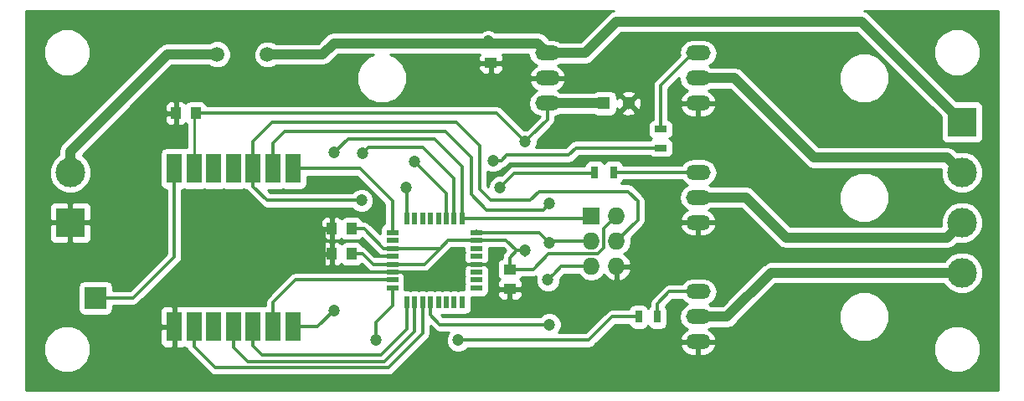
<source format=gbr>
G04 #@! TF.FileFunction,Copper,L2,Bot,Signal*
%FSLAX46Y46*%
G04 Gerber Fmt 4.6, Leading zero omitted, Abs format (unit mm)*
G04 Created by KiCad (PCBNEW 4.0.1-stable) date 30.01.2016 13:27:07*
%MOMM*%
G01*
G04 APERTURE LIST*
%ADD10C,0.100000*%
%ADD11R,1.727200X1.727200*%
%ADD12O,1.727200X1.727200*%
%ADD13O,2.499360X1.501140*%
%ADD14R,1.200000X0.600000*%
%ADD15R,0.600000X1.200000*%
%ADD16R,2.235200X2.235200*%
%ADD17R,1.300000X1.300000*%
%ADD18C,1.300000*%
%ADD19R,1.250000X1.000000*%
%ADD20R,1.000000X1.250000*%
%ADD21R,2.999740X2.999740*%
%ADD22C,2.999740*%
%ADD23R,1.597660X2.997200*%
%ADD24R,1.300000X0.700000*%
%ADD25R,0.700000X1.300000*%
%ADD26C,1.501140*%
%ADD27C,1.200000*%
%ADD28C,0.300000*%
%ADD29C,1.000000*%
%ADD30C,0.250000*%
%ADD31C,0.254000*%
G04 APERTURE END LIST*
D10*
D11*
X142875000Y-107315000D03*
D12*
X145415000Y-107315000D03*
X142875000Y-109855000D03*
X145415000Y-109855000D03*
X142875000Y-112395000D03*
X145415000Y-112395000D03*
D13*
X138430000Y-93345000D03*
X138430000Y-95885000D03*
X138430000Y-90805000D03*
D14*
X122750000Y-114560000D03*
X122750000Y-113760000D03*
X122750000Y-112960000D03*
X122750000Y-112160000D03*
X122750000Y-111360000D03*
X122750000Y-110560000D03*
X122750000Y-109760000D03*
X122750000Y-108960000D03*
D15*
X124200000Y-107510000D03*
X125000000Y-107510000D03*
X125800000Y-107510000D03*
X126600000Y-107510000D03*
X127400000Y-107510000D03*
X128200000Y-107510000D03*
X129000000Y-107510000D03*
X129800000Y-107510000D03*
D14*
X131250000Y-108960000D03*
X131250000Y-109760000D03*
X131250000Y-110560000D03*
X131250000Y-111360000D03*
X131250000Y-112160000D03*
X131250000Y-112960000D03*
X131250000Y-113760000D03*
X131250000Y-114560000D03*
D15*
X129800000Y-116010000D03*
X129000000Y-116010000D03*
X128200000Y-116010000D03*
X127400000Y-116010000D03*
X126600000Y-116010000D03*
X125800000Y-116010000D03*
X125000000Y-116010000D03*
X124200000Y-116010000D03*
D16*
X92710000Y-115570000D03*
D17*
X144145000Y-95885000D03*
D18*
X146645000Y-95885000D03*
D19*
X132715000Y-89805000D03*
X132715000Y-91805000D03*
D20*
X116618000Y-111125000D03*
X118618000Y-111125000D03*
D19*
X134620000Y-114665000D03*
X134620000Y-112665000D03*
D20*
X116618000Y-108585000D03*
X118618000Y-108585000D03*
X100854000Y-96901000D03*
X102854000Y-96901000D03*
D21*
X90170000Y-107950000D03*
D22*
X90170000Y-102870000D03*
D21*
X180340000Y-97790000D03*
D22*
X180340000Y-102870000D03*
X180340000Y-107950000D03*
X180340000Y-113030000D03*
D23*
X100680520Y-102491540D03*
X102679500Y-102489000D03*
X104681020Y-102489000D03*
X106680000Y-102489000D03*
X108678980Y-102489000D03*
X110680500Y-102489000D03*
X112679480Y-102489000D03*
X112679480Y-118491000D03*
X110680500Y-118491000D03*
X108678980Y-118491000D03*
X106680000Y-118491000D03*
X104681020Y-118491000D03*
X102679500Y-118491000D03*
X100680520Y-118491000D03*
D24*
X149860000Y-98491000D03*
X149860000Y-100391000D03*
D25*
X145095000Y-102870000D03*
X143195000Y-102870000D03*
X149540000Y-117475000D03*
X147640000Y-117475000D03*
D26*
X105029000Y-90932000D03*
X110109000Y-90942160D03*
D13*
X153670000Y-93345000D03*
X153670000Y-90805000D03*
X153670000Y-95885000D03*
X153670000Y-105410000D03*
X153670000Y-102870000D03*
X153670000Y-107950000D03*
X153670000Y-117475000D03*
X153670000Y-114935000D03*
X153670000Y-120015000D03*
D27*
X136144522Y-110798922D03*
X136184576Y-99784195D03*
X119625817Y-105703728D03*
X119694628Y-100954306D03*
X116866662Y-100885498D03*
X116840000Y-116840000D03*
X138594957Y-109960994D03*
X138619084Y-106052460D03*
X138480808Y-113746945D03*
X138613449Y-118256721D03*
X124949554Y-101746819D03*
X132940238Y-101686739D03*
X121059902Y-119793291D03*
X129400862Y-119845496D03*
X133624845Y-104411840D03*
X124162008Y-104369330D03*
D28*
X131250000Y-112160000D02*
X132150000Y-112160000D01*
X132150000Y-112160000D02*
X132715000Y-112725000D01*
X132715000Y-112725000D02*
X132715000Y-112885000D01*
X134495000Y-114665000D02*
X134620000Y-114665000D01*
X122750000Y-111360000D02*
X120885000Y-111360000D01*
X115840000Y-109490000D02*
X115840000Y-108585000D01*
X116205000Y-109855000D02*
X115840000Y-109490000D01*
X119380000Y-109855000D02*
X116205000Y-109855000D01*
X120885000Y-111360000D02*
X119380000Y-109855000D01*
X115840000Y-111125000D02*
X115840000Y-108585000D01*
X122750000Y-112960000D02*
X116135000Y-112960000D01*
X115840000Y-112665000D02*
X115840000Y-111125000D01*
X116135000Y-112960000D02*
X115840000Y-112665000D01*
X122750000Y-112960000D02*
X128975000Y-112960000D01*
X129775000Y-112160000D02*
X131250000Y-112160000D01*
X128975000Y-112960000D02*
X129775000Y-112160000D01*
D29*
X115686840Y-90942160D02*
X116824000Y-89805000D01*
X116824000Y-89805000D02*
X132715000Y-89805000D01*
X110109000Y-90942160D02*
X115686840Y-90942160D01*
X145415000Y-87630000D02*
X170180000Y-87630000D01*
X142240000Y-90805000D02*
X145415000Y-87630000D01*
X138430000Y-90805000D02*
X142240000Y-90805000D01*
X170180000Y-87630000D02*
X180340000Y-97790000D01*
X132715000Y-89805000D02*
X137430000Y-89805000D01*
X137430000Y-89805000D02*
X138430000Y-90805000D01*
X132445000Y-89535000D02*
X132715000Y-89805000D01*
D28*
X131250000Y-109760000D02*
X131273824Y-109736176D01*
X131273824Y-109736176D02*
X134243357Y-109736176D01*
X134243357Y-109736176D02*
X135306103Y-110798922D01*
X134620000Y-112665000D02*
X134620000Y-111485025D01*
X134620000Y-111485025D02*
X135306103Y-110798922D01*
X135306103Y-110798922D02*
X136144522Y-110798922D01*
X120796000Y-112160000D02*
X119761000Y-111125000D01*
X119761000Y-111125000D02*
X118618000Y-111125000D01*
X122750000Y-112160000D02*
X120796000Y-112160000D01*
X122750000Y-110560000D02*
X121850000Y-110560000D01*
X121850000Y-110560000D02*
X119875000Y-108585000D01*
X119875000Y-108585000D02*
X119418000Y-108585000D01*
X119418000Y-108585000D02*
X118618000Y-108585000D01*
X145415000Y-107315000D02*
X144145000Y-108585000D01*
X135545000Y-112665000D02*
X134620000Y-112665000D01*
X144145000Y-108585000D02*
X144145000Y-110490000D01*
X144145000Y-110490000D02*
X143510000Y-111125000D01*
X143510000Y-111125000D02*
X138516265Y-111125000D01*
X138516265Y-111125000D02*
X136976265Y-112665000D01*
X136976265Y-112665000D02*
X135545000Y-112665000D01*
X136144522Y-111265478D02*
X136144522Y-110798922D01*
X134620000Y-112665000D02*
X134745000Y-112665000D01*
X136784575Y-99184196D02*
X136184576Y-99784195D01*
X138430000Y-95885000D02*
X138430000Y-97538771D01*
X138430000Y-97538771D02*
X136784575Y-99184196D01*
X133301381Y-96901000D02*
X135584577Y-99184196D01*
X135584577Y-99184196D02*
X136184576Y-99784195D01*
X102854000Y-96901000D02*
X133301381Y-96901000D01*
D30*
X102679500Y-102489000D02*
X102679500Y-97202500D01*
X102679500Y-97202500D02*
X102854000Y-97028000D01*
D28*
X122750000Y-112160000D02*
X125965000Y-112160000D01*
X125965000Y-112160000D02*
X127565000Y-110560000D01*
X122750000Y-110560000D02*
X127565000Y-110560000D01*
X128365000Y-109760000D02*
X131250000Y-109760000D01*
X127565000Y-110560000D02*
X128365000Y-109760000D01*
D29*
X144145000Y-95885000D02*
X138430000Y-95885000D01*
X165378131Y-101370131D02*
X157353000Y-93345000D01*
X157353000Y-93345000D02*
X153670000Y-93345000D01*
X180340000Y-102870000D02*
X178840131Y-101370131D01*
X178840131Y-101370131D02*
X165378131Y-101370131D01*
X162535869Y-109449869D02*
X158496000Y-105410000D01*
X158496000Y-105410000D02*
X153670000Y-105410000D01*
X180340000Y-107950000D02*
X178840131Y-109449869D01*
X178840131Y-109449869D02*
X162535869Y-109449869D01*
X161036000Y-113030000D02*
X156591000Y-117475000D01*
X156591000Y-117475000D02*
X153670000Y-117475000D01*
X180340000Y-113030000D02*
X161036000Y-113030000D01*
X180340000Y-113030000D02*
X179721550Y-113648450D01*
D28*
X145415000Y-109855000D02*
X147574000Y-107696000D01*
X147574000Y-107696000D02*
X147574000Y-105791000D01*
X147574000Y-105791000D02*
X146581193Y-104798193D01*
X146581193Y-104798193D02*
X137581308Y-104798193D01*
X136688943Y-105690558D02*
X132659775Y-105690558D01*
X137581308Y-104798193D02*
X136688943Y-105690558D01*
X131574071Y-100205071D02*
X129194235Y-97825235D01*
X132659775Y-105690558D02*
X131574071Y-104604854D01*
X129194235Y-97825235D02*
X110578914Y-97825235D01*
X131574071Y-104604854D02*
X131574071Y-100205071D01*
X110578914Y-97825235D02*
X108678980Y-99725169D01*
X108678980Y-99725169D02*
X108678980Y-102489000D01*
X129000000Y-107510000D02*
X129000000Y-103516192D01*
X129000000Y-103516192D02*
X125838115Y-100354307D01*
X125838115Y-100354307D02*
X120294627Y-100354307D01*
X120294627Y-100354307D02*
X119694628Y-100954306D01*
X110095108Y-105703728D02*
X119625817Y-105703728D01*
X108678980Y-104287600D02*
X110095108Y-105703728D01*
X108678980Y-102489000D02*
X108678980Y-104287600D01*
X129800000Y-107510000D02*
X129800000Y-102291508D01*
X129800000Y-102291508D02*
X127012312Y-99503820D01*
X127012312Y-99503820D02*
X118248340Y-99503820D01*
X118248340Y-99503820D02*
X116866662Y-100885498D01*
X129800000Y-107510000D02*
X142276417Y-107510000D01*
X142471417Y-107315000D02*
X142875000Y-107315000D01*
X142276417Y-107510000D02*
X142471417Y-107315000D01*
X112679480Y-118491000D02*
X115189000Y-118491000D01*
X115189000Y-118491000D02*
X116840000Y-116840000D01*
X110680500Y-102489000D02*
X110680500Y-99897577D01*
X110680500Y-99897577D02*
X111860152Y-98717925D01*
X138015915Y-106655629D02*
X138019085Y-106652459D01*
X138019085Y-106652459D02*
X138619084Y-106052460D01*
X111860152Y-98717925D02*
X128070888Y-98717925D01*
X128070888Y-98717925D02*
X130705507Y-101352544D01*
X130705507Y-101352544D02*
X130705507Y-105087389D01*
X130705507Y-105087389D02*
X132273747Y-106655629D01*
X132273747Y-106655629D02*
X138015915Y-106655629D01*
X138700951Y-109855000D02*
X138594957Y-109960994D01*
X131250000Y-108960000D02*
X137593963Y-108960000D01*
X142875000Y-109855000D02*
X138700951Y-109855000D01*
X137994958Y-109360995D02*
X138594957Y-109960994D01*
X137593963Y-108960000D02*
X137994958Y-109360995D01*
X131250000Y-108960000D02*
X131250000Y-108780000D01*
X126600000Y-116010000D02*
X126600000Y-117296619D01*
X126600000Y-117296619D02*
X127559398Y-118256017D01*
X128164569Y-118256721D02*
X137764921Y-118256721D01*
X127559398Y-118256017D02*
X128163865Y-118256017D01*
X128163865Y-118256017D02*
X128164569Y-118256721D01*
X137764921Y-118256721D02*
X138613449Y-118256721D01*
X139080807Y-113146946D02*
X138480808Y-113746945D01*
X139832753Y-112395000D02*
X139080807Y-113146946D01*
X142875000Y-112395000D02*
X139832753Y-112395000D01*
X149860000Y-100391000D02*
X141319932Y-100391000D01*
X141319932Y-100391000D02*
X140567100Y-101143832D01*
X140567100Y-101143832D02*
X134331673Y-101143832D01*
X134331673Y-101143832D02*
X133788766Y-101686739D01*
X133788766Y-101686739D02*
X132940238Y-101686739D01*
X125549553Y-102346818D02*
X124949554Y-101746819D01*
X128200000Y-104997265D02*
X125549553Y-102346818D01*
X128200000Y-107510000D02*
X128200000Y-104997265D01*
X122750000Y-114560000D02*
X122750000Y-116332506D01*
X122750000Y-116332506D02*
X121073419Y-118009087D01*
X121073419Y-118009087D02*
X121073419Y-119779774D01*
X121073419Y-119779774D02*
X121059902Y-119793291D01*
X147640000Y-117475000D02*
X144985645Y-117475000D01*
X144985645Y-117475000D02*
X142615149Y-119845496D01*
X142615149Y-119845496D02*
X130249390Y-119845496D01*
X130249390Y-119845496D02*
X129400862Y-119845496D01*
X133624845Y-104411840D02*
X135064227Y-102972458D01*
X135064227Y-102972458D02*
X142981817Y-102972458D01*
X142981817Y-102972458D02*
X143140828Y-102813447D01*
X143140828Y-102813447D02*
X143140828Y-102815828D01*
X143140828Y-102815828D02*
X143195000Y-102870000D01*
X124200000Y-104407322D02*
X124162008Y-104369330D01*
X124200000Y-107510000D02*
X124200000Y-104407322D01*
X92710000Y-115570000D02*
X96520000Y-115570000D01*
X100680520Y-111409480D02*
X100680520Y-102491540D01*
X96520000Y-115570000D02*
X100680520Y-111409480D01*
X122750000Y-113760000D02*
X112935000Y-113760000D01*
X110680500Y-116014500D02*
X110680500Y-118491000D01*
X112935000Y-113760000D02*
X110680500Y-116014500D01*
X102679500Y-118491000D02*
X102679500Y-120455766D01*
X125800000Y-119175247D02*
X125800000Y-116910000D01*
X102679500Y-120455766D02*
X104829487Y-122605753D01*
X104829487Y-122605753D02*
X122369494Y-122605753D01*
X122369494Y-122605753D02*
X125800000Y-119175247D01*
X125800000Y-116910000D02*
X125800000Y-116010000D01*
X106680000Y-118491000D02*
X106680000Y-120570480D01*
X106680000Y-120570480D02*
X108121612Y-122012092D01*
X121964724Y-122012092D02*
X125000000Y-118976816D01*
X108121612Y-122012092D02*
X121964724Y-122012092D01*
X125000000Y-118976816D02*
X125000000Y-116910000D01*
X125000000Y-116910000D02*
X125000000Y-116010000D01*
X108678980Y-118491000D02*
X108678980Y-120437359D01*
X108678980Y-120437359D02*
X109579097Y-121337476D01*
X109579097Y-121337476D02*
X121559955Y-121337476D01*
X121559955Y-121337476D02*
X124200000Y-118697431D01*
X124200000Y-118697431D02*
X124200000Y-116910000D01*
X124200000Y-116910000D02*
X124200000Y-116010000D01*
X112679480Y-102489000D02*
X119499701Y-102489000D01*
X119499701Y-102489000D02*
X122750000Y-105739299D01*
X122750000Y-105739299D02*
X122750000Y-108960000D01*
D29*
X90170000Y-102870000D02*
X90170000Y-100748864D01*
X90170000Y-100748864D02*
X99986864Y-90932000D01*
X99986864Y-90932000D02*
X103967534Y-90932000D01*
X103967534Y-90932000D02*
X105029000Y-90932000D01*
D28*
X153670000Y-90805000D02*
X153170890Y-90805000D01*
X153170890Y-90805000D02*
X149860000Y-94115890D01*
X149860000Y-94115890D02*
X149860000Y-97841000D01*
X149860000Y-97841000D02*
X149860000Y-98491000D01*
X153670000Y-102870000D02*
X152120320Y-102870000D01*
X152120320Y-102870000D02*
X145095000Y-102870000D01*
X150749000Y-114935000D02*
X149540000Y-116144000D01*
X149540000Y-116144000D02*
X149540000Y-117475000D01*
X153670000Y-114935000D02*
X150749000Y-114935000D01*
D31*
G36*
X144980654Y-86581397D02*
X144612434Y-86827434D01*
X141769868Y-89670000D01*
X139713425Y-89670000D01*
X139496268Y-89524900D01*
X138966033Y-89419430D01*
X138649562Y-89419430D01*
X138232566Y-89002434D01*
X137864346Y-88756397D01*
X137430000Y-88670000D01*
X133401431Y-88670000D01*
X133340000Y-88657560D01*
X133135509Y-88657560D01*
X132879345Y-88486397D01*
X132445000Y-88400000D01*
X132010655Y-88486397D01*
X131735873Y-88670000D01*
X116824000Y-88670000D01*
X116389654Y-88756397D01*
X116021434Y-89002434D01*
X115216708Y-89807160D01*
X110933763Y-89807160D01*
X110894887Y-89768216D01*
X110385816Y-89556831D01*
X109834602Y-89556350D01*
X109325163Y-89766846D01*
X108935056Y-90156273D01*
X108723671Y-90665344D01*
X108723190Y-91216558D01*
X108933686Y-91725997D01*
X109323113Y-92116104D01*
X109832184Y-92327489D01*
X110383398Y-92327970D01*
X110892837Y-92117474D01*
X110933221Y-92077160D01*
X115686840Y-92077160D01*
X116121186Y-91990763D01*
X116489406Y-91744726D01*
X117294132Y-90940000D01*
X120848492Y-90940000D01*
X120231959Y-91194746D01*
X119518252Y-91907208D01*
X119131521Y-92838561D01*
X119130641Y-93847015D01*
X119515746Y-94779041D01*
X120228208Y-95492748D01*
X121159561Y-95879479D01*
X122168015Y-95880359D01*
X123100041Y-95495254D01*
X123813748Y-94782792D01*
X124200479Y-93851439D01*
X124201359Y-92842985D01*
X123890543Y-92090750D01*
X131455000Y-92090750D01*
X131455000Y-92431309D01*
X131551673Y-92664698D01*
X131730301Y-92843327D01*
X131963690Y-92940000D01*
X132429250Y-92940000D01*
X132588000Y-92781250D01*
X132588000Y-91932000D01*
X132842000Y-91932000D01*
X132842000Y-92781250D01*
X133000750Y-92940000D01*
X133466310Y-92940000D01*
X133699699Y-92843327D01*
X133878327Y-92664698D01*
X133975000Y-92431309D01*
X133975000Y-92090750D01*
X133816250Y-91932000D01*
X132842000Y-91932000D01*
X132588000Y-91932000D01*
X131613750Y-91932000D01*
X131455000Y-92090750D01*
X123890543Y-92090750D01*
X123816254Y-91910959D01*
X123103792Y-91197252D01*
X122484260Y-90940000D01*
X131556975Y-90940000D01*
X131551673Y-90945302D01*
X131455000Y-91178691D01*
X131455000Y-91519250D01*
X131613750Y-91678000D01*
X132588000Y-91678000D01*
X132588000Y-91658000D01*
X132842000Y-91658000D01*
X132842000Y-91678000D01*
X133816250Y-91678000D01*
X133975000Y-91519250D01*
X133975000Y-91178691D01*
X133878327Y-90945302D01*
X133873025Y-90940000D01*
X136535250Y-90940000D01*
X136613867Y-91335235D01*
X136914221Y-91784746D01*
X137363732Y-92085100D01*
X137373032Y-92086950D01*
X137283323Y-92113501D01*
X136861342Y-92455056D01*
X136602190Y-92932097D01*
X136588007Y-93003725D01*
X136710661Y-93218000D01*
X138303000Y-93218000D01*
X138303000Y-93198000D01*
X138557000Y-93198000D01*
X138557000Y-93218000D01*
X140149339Y-93218000D01*
X140271993Y-93003725D01*
X140257810Y-92932097D01*
X139998658Y-92455056D01*
X139576677Y-92113501D01*
X139486968Y-92086950D01*
X139496268Y-92085100D01*
X139713425Y-91940000D01*
X142240000Y-91940000D01*
X142674346Y-91853603D01*
X143042566Y-91607566D01*
X145885132Y-88765000D01*
X169709868Y-88765000D01*
X178192690Y-97247822D01*
X178192690Y-99289870D01*
X178236968Y-99525187D01*
X178376040Y-99741311D01*
X178588240Y-99886301D01*
X178840130Y-99937310D01*
X181839870Y-99937310D01*
X182075187Y-99893032D01*
X182291311Y-99753960D01*
X182436301Y-99541760D01*
X182487310Y-99289870D01*
X182487310Y-96290130D01*
X182443032Y-96054813D01*
X182303960Y-95838689D01*
X182091760Y-95693699D01*
X181839870Y-95642690D01*
X179797822Y-95642690D01*
X175356268Y-91201136D01*
X177451607Y-91201136D01*
X177813946Y-92078063D01*
X178484288Y-92749576D01*
X179360581Y-93113445D01*
X180309416Y-93114273D01*
X181186343Y-92751934D01*
X181857856Y-92081592D01*
X182221725Y-91205299D01*
X182222553Y-90256464D01*
X181860214Y-89379537D01*
X181189872Y-88708024D01*
X180313579Y-88344155D01*
X179364744Y-88343327D01*
X178487817Y-88705666D01*
X177816304Y-89376008D01*
X177452435Y-90252301D01*
X177451607Y-91201136D01*
X175356268Y-91201136D01*
X170982566Y-86827434D01*
X170614346Y-86581397D01*
X170484555Y-86555580D01*
X184010300Y-86555580D01*
X184010300Y-124904500D01*
X85661500Y-124904500D01*
X85661500Y-121201076D01*
X87451787Y-121201076D01*
X87814126Y-122078003D01*
X88484468Y-122749516D01*
X89360761Y-123113385D01*
X90309596Y-123114213D01*
X91186523Y-122751874D01*
X91858036Y-122081532D01*
X92221905Y-121205239D01*
X92222733Y-120256404D01*
X91860394Y-119379477D01*
X91258719Y-118776750D01*
X99246690Y-118776750D01*
X99246690Y-120115909D01*
X99343363Y-120349298D01*
X99521991Y-120527927D01*
X99755380Y-120624600D01*
X100394770Y-120624600D01*
X100553520Y-120465850D01*
X100553520Y-118618000D01*
X99405440Y-118618000D01*
X99246690Y-118776750D01*
X91258719Y-118776750D01*
X91190052Y-118707964D01*
X90313759Y-118344095D01*
X89364924Y-118343267D01*
X88487997Y-118705606D01*
X87816484Y-119375948D01*
X87452615Y-120252241D01*
X87451787Y-121201076D01*
X85661500Y-121201076D01*
X85661500Y-114452400D01*
X90944960Y-114452400D01*
X90944960Y-116687600D01*
X90989238Y-116922917D01*
X91128310Y-117139041D01*
X91340510Y-117284031D01*
X91592400Y-117335040D01*
X93827600Y-117335040D01*
X94062917Y-117290762D01*
X94279041Y-117151690D01*
X94424031Y-116939490D01*
X94438894Y-116866091D01*
X99246690Y-116866091D01*
X99246690Y-118205250D01*
X99405440Y-118364000D01*
X100553520Y-118364000D01*
X100553520Y-116516150D01*
X100394770Y-116357400D01*
X99755380Y-116357400D01*
X99521991Y-116454073D01*
X99343363Y-116632702D01*
X99246690Y-116866091D01*
X94438894Y-116866091D01*
X94475040Y-116687600D01*
X94475040Y-116355000D01*
X96520000Y-116355000D01*
X96820407Y-116295245D01*
X97075079Y-116125079D01*
X101235599Y-111964559D01*
X101405765Y-111709886D01*
X101465267Y-111410750D01*
X115483000Y-111410750D01*
X115483000Y-111876310D01*
X115579673Y-112109699D01*
X115758302Y-112288327D01*
X115991691Y-112385000D01*
X116332250Y-112385000D01*
X116491000Y-112226250D01*
X116491000Y-111252000D01*
X115641750Y-111252000D01*
X115483000Y-111410750D01*
X101465267Y-111410750D01*
X101465520Y-111409480D01*
X101465520Y-110373690D01*
X115483000Y-110373690D01*
X115483000Y-110839250D01*
X115641750Y-110998000D01*
X116491000Y-110998000D01*
X116491000Y-110023750D01*
X116332250Y-109865000D01*
X115991691Y-109865000D01*
X115758302Y-109961673D01*
X115579673Y-110140301D01*
X115483000Y-110373690D01*
X101465520Y-110373690D01*
X101465520Y-108870750D01*
X115483000Y-108870750D01*
X115483000Y-109336310D01*
X115579673Y-109569699D01*
X115758302Y-109748327D01*
X115991691Y-109845000D01*
X116332250Y-109845000D01*
X116491000Y-109686250D01*
X116491000Y-108712000D01*
X115641750Y-108712000D01*
X115483000Y-108870750D01*
X101465520Y-108870750D01*
X101465520Y-107833690D01*
X115483000Y-107833690D01*
X115483000Y-108299250D01*
X115641750Y-108458000D01*
X116491000Y-108458000D01*
X116491000Y-107483750D01*
X116332250Y-107325000D01*
X115991691Y-107325000D01*
X115758302Y-107421673D01*
X115579673Y-107600301D01*
X115483000Y-107833690D01*
X101465520Y-107833690D01*
X101465520Y-104637580D01*
X101479350Y-104637580D01*
X101693878Y-104597214D01*
X101880670Y-104635040D01*
X103478330Y-104635040D01*
X103687673Y-104595649D01*
X103882190Y-104635040D01*
X105479850Y-104635040D01*
X105687876Y-104595897D01*
X105881170Y-104635040D01*
X107478830Y-104635040D01*
X107686856Y-104595897D01*
X107880150Y-104635040D01*
X107985161Y-104635040D01*
X108123901Y-104842679D01*
X109540029Y-106258807D01*
X109794702Y-106428973D01*
X110095108Y-106488728D01*
X118664417Y-106488728D01*
X118925332Y-106750099D01*
X119379083Y-106938513D01*
X119870396Y-106938942D01*
X120324474Y-106751320D01*
X120672188Y-106404213D01*
X120860602Y-105950462D01*
X120861031Y-105459149D01*
X120673409Y-105005071D01*
X120326302Y-104657357D01*
X119872551Y-104468943D01*
X119381238Y-104468514D01*
X118927160Y-104656136D01*
X118664109Y-104918728D01*
X110420266Y-104918728D01*
X110136578Y-104635040D01*
X111479330Y-104635040D01*
X111687356Y-104595897D01*
X111880650Y-104635040D01*
X113478310Y-104635040D01*
X113713627Y-104590762D01*
X113929751Y-104451690D01*
X114074741Y-104239490D01*
X114125750Y-103987600D01*
X114125750Y-103274000D01*
X119174543Y-103274000D01*
X121965000Y-106064457D01*
X121965000Y-108047370D01*
X121914683Y-108056838D01*
X121698559Y-108195910D01*
X121553569Y-108408110D01*
X121502560Y-108660000D01*
X121502560Y-109102402D01*
X120430079Y-108029921D01*
X120175407Y-107859755D01*
X119875000Y-107800000D01*
X119735334Y-107800000D01*
X119721162Y-107724683D01*
X119582090Y-107508559D01*
X119369890Y-107363569D01*
X119118000Y-107312560D01*
X118118000Y-107312560D01*
X117882683Y-107356838D01*
X117666559Y-107495910D01*
X117620031Y-107564006D01*
X117477698Y-107421673D01*
X117244309Y-107325000D01*
X116903750Y-107325000D01*
X116745000Y-107483750D01*
X116745000Y-108458000D01*
X116765000Y-108458000D01*
X116765000Y-108712000D01*
X116745000Y-108712000D01*
X116745000Y-109686250D01*
X116903750Y-109845000D01*
X117244309Y-109845000D01*
X117477698Y-109748327D01*
X117618936Y-109607090D01*
X117653910Y-109661441D01*
X117866110Y-109806431D01*
X118105509Y-109854910D01*
X117882683Y-109896838D01*
X117666559Y-110035910D01*
X117620031Y-110104006D01*
X117477698Y-109961673D01*
X117244309Y-109865000D01*
X116903750Y-109865000D01*
X116745000Y-110023750D01*
X116745000Y-110998000D01*
X116765000Y-110998000D01*
X116765000Y-111252000D01*
X116745000Y-111252000D01*
X116745000Y-112226250D01*
X116903750Y-112385000D01*
X117244309Y-112385000D01*
X117477698Y-112288327D01*
X117618936Y-112147090D01*
X117653910Y-112201441D01*
X117866110Y-112346431D01*
X118118000Y-112397440D01*
X119118000Y-112397440D01*
X119353317Y-112353162D01*
X119569441Y-112214090D01*
X119638646Y-112112804D01*
X120240921Y-112715079D01*
X120495593Y-112885245D01*
X120796000Y-112945000D01*
X121735025Y-112945000D01*
X121755711Y-112959134D01*
X121731054Y-112975000D01*
X112935000Y-112975000D01*
X112634594Y-113034755D01*
X112379921Y-113204921D01*
X112379919Y-113204924D01*
X110125421Y-115459421D01*
X109955255Y-115714093D01*
X109955255Y-115714094D01*
X109895500Y-116014500D01*
X109895500Y-116344960D01*
X109881670Y-116344960D01*
X109672327Y-116384351D01*
X109477810Y-116344960D01*
X107880150Y-116344960D01*
X107672124Y-116384103D01*
X107478830Y-116344960D01*
X105881170Y-116344960D01*
X105673144Y-116384103D01*
X105479850Y-116344960D01*
X103882190Y-116344960D01*
X103672847Y-116384351D01*
X103478330Y-116344960D01*
X101880670Y-116344960D01*
X101670913Y-116384429D01*
X101605660Y-116357400D01*
X100966270Y-116357400D01*
X100807520Y-116516150D01*
X100807520Y-118364000D01*
X100827520Y-118364000D01*
X100827520Y-118618000D01*
X100807520Y-118618000D01*
X100807520Y-120465850D01*
X100966270Y-120624600D01*
X101605660Y-120624600D01*
X101675791Y-120595551D01*
X101880670Y-120637040D01*
X101930558Y-120637040D01*
X101954255Y-120756173D01*
X102124421Y-121010845D01*
X104274408Y-123160832D01*
X104529081Y-123330998D01*
X104829487Y-123390753D01*
X122369494Y-123390753D01*
X122669901Y-123330998D01*
X122924573Y-123160832D01*
X126355079Y-119730326D01*
X126525245Y-119475654D01*
X126585000Y-119175247D01*
X126585000Y-118391777D01*
X127004319Y-118811096D01*
X127258992Y-118981262D01*
X127559398Y-119041017D01*
X128161025Y-119041017D01*
X128164569Y-119041722D01*
X128164574Y-119041721D01*
X128457962Y-119041721D01*
X128354491Y-119145011D01*
X128166077Y-119598762D01*
X128165648Y-120090075D01*
X128353270Y-120544153D01*
X128700377Y-120891867D01*
X129154128Y-121080281D01*
X129645441Y-121080710D01*
X130099519Y-120893088D01*
X130362570Y-120630496D01*
X142615149Y-120630496D01*
X142915556Y-120570741D01*
X143170228Y-120400575D01*
X143214528Y-120356275D01*
X151828007Y-120356275D01*
X151842190Y-120427903D01*
X152101342Y-120904944D01*
X152523323Y-121246499D01*
X153043890Y-121400570D01*
X153543000Y-121400570D01*
X153543000Y-120142000D01*
X153797000Y-120142000D01*
X153797000Y-121400570D01*
X154296110Y-121400570D01*
X154816677Y-121246499D01*
X154872795Y-121201076D01*
X177451607Y-121201076D01*
X177813946Y-122078003D01*
X178484288Y-122749516D01*
X179360581Y-123113385D01*
X180309416Y-123114213D01*
X181186343Y-122751874D01*
X181857856Y-122081532D01*
X182221725Y-121205239D01*
X182222553Y-120256404D01*
X181860214Y-119379477D01*
X181189872Y-118707964D01*
X180313579Y-118344095D01*
X179364744Y-118343267D01*
X178487817Y-118705606D01*
X177816304Y-119375948D01*
X177452435Y-120252241D01*
X177451607Y-121201076D01*
X154872795Y-121201076D01*
X155238658Y-120904944D01*
X155497810Y-120427903D01*
X155511993Y-120356275D01*
X155389339Y-120142000D01*
X153797000Y-120142000D01*
X153543000Y-120142000D01*
X151950661Y-120142000D01*
X151828007Y-120356275D01*
X143214528Y-120356275D01*
X145310803Y-118260000D01*
X146667962Y-118260000D01*
X146686838Y-118360317D01*
X146825910Y-118576441D01*
X147038110Y-118721431D01*
X147290000Y-118772440D01*
X147990000Y-118772440D01*
X148225317Y-118728162D01*
X148441441Y-118589090D01*
X148586431Y-118376890D01*
X148589081Y-118363803D01*
X148725910Y-118576441D01*
X148938110Y-118721431D01*
X149190000Y-118772440D01*
X149890000Y-118772440D01*
X150125317Y-118728162D01*
X150341441Y-118589090D01*
X150486431Y-118376890D01*
X150537440Y-118125000D01*
X150537440Y-116825000D01*
X150493162Y-116589683D01*
X150380131Y-116414027D01*
X151074158Y-115720000D01*
X152024096Y-115720000D01*
X152154221Y-115914746D01*
X152588616Y-116205000D01*
X152154221Y-116495254D01*
X151853867Y-116944765D01*
X151748397Y-117475000D01*
X151853867Y-118005235D01*
X152154221Y-118454746D01*
X152603732Y-118755100D01*
X152613032Y-118756950D01*
X152523323Y-118783501D01*
X152101342Y-119125056D01*
X151842190Y-119602097D01*
X151828007Y-119673725D01*
X151950661Y-119888000D01*
X153543000Y-119888000D01*
X153543000Y-119868000D01*
X153797000Y-119868000D01*
X153797000Y-119888000D01*
X155389339Y-119888000D01*
X155511993Y-119673725D01*
X155497810Y-119602097D01*
X155238658Y-119125056D01*
X154816677Y-118783501D01*
X154726968Y-118756950D01*
X154736268Y-118755100D01*
X154953425Y-118610000D01*
X156591000Y-118610000D01*
X157025346Y-118523603D01*
X157393566Y-118277566D01*
X157694117Y-117977015D01*
X167898641Y-117977015D01*
X168283746Y-118909041D01*
X168996208Y-119622748D01*
X169927561Y-120009479D01*
X170936015Y-120010359D01*
X171868041Y-119625254D01*
X172581748Y-118912792D01*
X172968479Y-117981439D01*
X172969359Y-116972985D01*
X172584254Y-116040959D01*
X171871792Y-115327252D01*
X170940439Y-114940521D01*
X169931985Y-114939641D01*
X168999959Y-115324746D01*
X168286252Y-116037208D01*
X167899521Y-116968561D01*
X167898641Y-117977015D01*
X157694117Y-117977015D01*
X161506132Y-114165000D01*
X178499040Y-114165000D01*
X178529090Y-114237727D01*
X179129114Y-114838800D01*
X179913485Y-115164499D01*
X180762789Y-115165240D01*
X181547727Y-114840910D01*
X182148800Y-114240886D01*
X182474499Y-113456515D01*
X182475240Y-112607211D01*
X182150910Y-111822273D01*
X181550886Y-111221200D01*
X180766515Y-110895501D01*
X179917211Y-110894760D01*
X179132273Y-111219090D01*
X178531200Y-111819114D01*
X178499689Y-111895000D01*
X161036000Y-111895000D01*
X160601654Y-111981397D01*
X160334356Y-112160000D01*
X160233434Y-112227434D01*
X156120868Y-116340000D01*
X154953425Y-116340000D01*
X154751384Y-116205000D01*
X155185779Y-115914746D01*
X155486133Y-115465235D01*
X155591603Y-114935000D01*
X155486133Y-114404765D01*
X155185779Y-113955254D01*
X154736268Y-113654900D01*
X154206033Y-113549430D01*
X153133967Y-113549430D01*
X152603732Y-113654900D01*
X152154221Y-113955254D01*
X152024096Y-114150000D01*
X150749000Y-114150000D01*
X150448593Y-114209755D01*
X150193921Y-114379921D01*
X148984921Y-115588921D01*
X148814755Y-115843593D01*
X148765855Y-116089430D01*
X148755000Y-116144000D01*
X148755000Y-116350331D01*
X148738559Y-116360910D01*
X148593569Y-116573110D01*
X148590919Y-116586197D01*
X148454090Y-116373559D01*
X148241890Y-116228569D01*
X147990000Y-116177560D01*
X147290000Y-116177560D01*
X147054683Y-116221838D01*
X146838559Y-116360910D01*
X146693569Y-116573110D01*
X146669898Y-116690000D01*
X144985650Y-116690000D01*
X144985645Y-116689999D01*
X144685239Y-116749755D01*
X144430566Y-116919921D01*
X142289991Y-119060496D01*
X139556349Y-119060496D01*
X139659820Y-118957206D01*
X139848234Y-118503455D01*
X139848663Y-118012142D01*
X139661041Y-117558064D01*
X139313934Y-117210350D01*
X138860183Y-117021936D01*
X138368870Y-117021507D01*
X137914792Y-117209129D01*
X137651741Y-117471721D01*
X128167404Y-117471721D01*
X128163865Y-117471017D01*
X127884556Y-117471017D01*
X127670979Y-117257440D01*
X127700000Y-117257440D01*
X127803671Y-117237933D01*
X127900000Y-117257440D01*
X128500000Y-117257440D01*
X128603671Y-117237933D01*
X128700000Y-117257440D01*
X129300000Y-117257440D01*
X129403671Y-117237933D01*
X129500000Y-117257440D01*
X130100000Y-117257440D01*
X130335317Y-117213162D01*
X130551441Y-117074090D01*
X130696431Y-116861890D01*
X130747440Y-116610000D01*
X130747440Y-115507440D01*
X131850000Y-115507440D01*
X132085317Y-115463162D01*
X132301441Y-115324090D01*
X132446431Y-115111890D01*
X132479062Y-114950750D01*
X133360000Y-114950750D01*
X133360000Y-115291309D01*
X133456673Y-115524698D01*
X133635301Y-115703327D01*
X133868690Y-115800000D01*
X134334250Y-115800000D01*
X134493000Y-115641250D01*
X134493000Y-114792000D01*
X134747000Y-114792000D01*
X134747000Y-115641250D01*
X134905750Y-115800000D01*
X135371310Y-115800000D01*
X135604699Y-115703327D01*
X135783327Y-115524698D01*
X135880000Y-115291309D01*
X135880000Y-114950750D01*
X135721250Y-114792000D01*
X134747000Y-114792000D01*
X134493000Y-114792000D01*
X133518750Y-114792000D01*
X133360000Y-114950750D01*
X132479062Y-114950750D01*
X132497440Y-114860000D01*
X132497440Y-114260000D01*
X132477933Y-114156329D01*
X132497440Y-114060000D01*
X132497440Y-113460000D01*
X132477933Y-113356329D01*
X132497440Y-113260000D01*
X132497440Y-112660000D01*
X132484020Y-112588677D01*
X132485000Y-112586310D01*
X132485000Y-112445750D01*
X132433721Y-112394471D01*
X132314090Y-112208559D01*
X132244289Y-112160866D01*
X132301441Y-112124090D01*
X132444427Y-111914823D01*
X132485000Y-111874250D01*
X132485000Y-111733690D01*
X132483333Y-111729665D01*
X132497440Y-111660000D01*
X132497440Y-111060000D01*
X132477933Y-110956329D01*
X132497440Y-110860000D01*
X132497440Y-110521176D01*
X133918199Y-110521176D01*
X134195945Y-110798922D01*
X134064921Y-110929946D01*
X133894755Y-111184618D01*
X133855145Y-111383750D01*
X133835000Y-111485025D01*
X133835000Y-111547666D01*
X133759683Y-111561838D01*
X133543559Y-111700910D01*
X133398569Y-111913110D01*
X133347560Y-112165000D01*
X133347560Y-113165000D01*
X133391838Y-113400317D01*
X133530910Y-113616441D01*
X133599006Y-113662969D01*
X133456673Y-113805302D01*
X133360000Y-114038691D01*
X133360000Y-114379250D01*
X133518750Y-114538000D01*
X134493000Y-114538000D01*
X134493000Y-114518000D01*
X134747000Y-114518000D01*
X134747000Y-114538000D01*
X135721250Y-114538000D01*
X135880000Y-114379250D01*
X135880000Y-114038691D01*
X135783327Y-113805302D01*
X135642090Y-113664064D01*
X135696441Y-113629090D01*
X135818808Y-113450000D01*
X136976265Y-113450000D01*
X137276672Y-113390245D01*
X137297450Y-113376362D01*
X137246023Y-113500211D01*
X137245594Y-113991524D01*
X137433216Y-114445602D01*
X137780323Y-114793316D01*
X138234074Y-114981730D01*
X138725387Y-114982159D01*
X139179465Y-114794537D01*
X139527179Y-114447430D01*
X139715593Y-113993679D01*
X139715918Y-113621993D01*
X140157911Y-113180000D01*
X141602442Y-113180000D01*
X141785971Y-113454670D01*
X142272152Y-113779526D01*
X142845641Y-113893600D01*
X142904359Y-113893600D01*
X143477848Y-113779526D01*
X143964029Y-113454670D01*
X144144992Y-113183839D01*
X144526510Y-113601821D01*
X145055973Y-113849968D01*
X145288000Y-113729469D01*
X145288000Y-112522000D01*
X145542000Y-112522000D01*
X145542000Y-113729469D01*
X145774027Y-113849968D01*
X146303490Y-113601821D01*
X146697688Y-113169947D01*
X146869958Y-112754026D01*
X146748817Y-112522000D01*
X145542000Y-112522000D01*
X145288000Y-112522000D01*
X145268000Y-112522000D01*
X145268000Y-112268000D01*
X145288000Y-112268000D01*
X145288000Y-112248000D01*
X145542000Y-112248000D01*
X145542000Y-112268000D01*
X146748817Y-112268000D01*
X146869958Y-112035974D01*
X146697688Y-111620053D01*
X146303490Y-111188179D01*
X146180772Y-111130664D01*
X146504029Y-110914670D01*
X146828885Y-110428489D01*
X146942959Y-109855000D01*
X146873641Y-109506517D01*
X148088883Y-108291275D01*
X151828007Y-108291275D01*
X151842190Y-108362903D01*
X152101342Y-108839944D01*
X152523323Y-109181499D01*
X153043890Y-109335570D01*
X153543000Y-109335570D01*
X153543000Y-108077000D01*
X153797000Y-108077000D01*
X153797000Y-109335570D01*
X154296110Y-109335570D01*
X154816677Y-109181499D01*
X155238658Y-108839944D01*
X155497810Y-108362903D01*
X155511993Y-108291275D01*
X155389339Y-108077000D01*
X153797000Y-108077000D01*
X153543000Y-108077000D01*
X151950661Y-108077000D01*
X151828007Y-108291275D01*
X148088883Y-108291275D01*
X148129079Y-108251079D01*
X148299245Y-107996407D01*
X148359000Y-107696000D01*
X148359000Y-105791000D01*
X148299245Y-105490594D01*
X148299245Y-105490593D01*
X148129079Y-105235921D01*
X147136272Y-104243114D01*
X146881600Y-104072948D01*
X146581193Y-104013193D01*
X145851214Y-104013193D01*
X145896441Y-103984090D01*
X146041431Y-103771890D01*
X146065102Y-103655000D01*
X152024096Y-103655000D01*
X152154221Y-103849746D01*
X152588616Y-104140000D01*
X152154221Y-104430254D01*
X151853867Y-104879765D01*
X151748397Y-105410000D01*
X151853867Y-105940235D01*
X152154221Y-106389746D01*
X152603732Y-106690100D01*
X152613032Y-106691950D01*
X152523323Y-106718501D01*
X152101342Y-107060056D01*
X151842190Y-107537097D01*
X151828007Y-107608725D01*
X151950661Y-107823000D01*
X153543000Y-107823000D01*
X153543000Y-107803000D01*
X153797000Y-107803000D01*
X153797000Y-107823000D01*
X155389339Y-107823000D01*
X155511993Y-107608725D01*
X155497810Y-107537097D01*
X155238658Y-107060056D01*
X154816677Y-106718501D01*
X154726968Y-106691950D01*
X154736268Y-106690100D01*
X154953425Y-106545000D01*
X158025868Y-106545000D01*
X161733303Y-110252436D01*
X162101524Y-110498473D01*
X162535869Y-110584869D01*
X178840131Y-110584869D01*
X179274477Y-110498472D01*
X179642697Y-110252435D01*
X179840810Y-110054322D01*
X179913485Y-110084499D01*
X180762789Y-110085240D01*
X181547727Y-109760910D01*
X182148800Y-109160886D01*
X182474499Y-108376515D01*
X182475240Y-107527211D01*
X182150910Y-106742273D01*
X181550886Y-106141200D01*
X180766515Y-105815501D01*
X179917211Y-105814760D01*
X179132273Y-106139090D01*
X178531200Y-106739114D01*
X178205501Y-107523485D01*
X178204811Y-108314869D01*
X163006002Y-108314869D01*
X160603148Y-105912015D01*
X167898641Y-105912015D01*
X168283746Y-106844041D01*
X168996208Y-107557748D01*
X169927561Y-107944479D01*
X170936015Y-107945359D01*
X171868041Y-107560254D01*
X172581748Y-106847792D01*
X172968479Y-105916439D01*
X172969359Y-104907985D01*
X172584254Y-103975959D01*
X171871792Y-103262252D01*
X170940439Y-102875521D01*
X169931985Y-102874641D01*
X168999959Y-103259746D01*
X168286252Y-103972208D01*
X167899521Y-104903561D01*
X167898641Y-105912015D01*
X160603148Y-105912015D01*
X159298566Y-104607434D01*
X159186135Y-104532310D01*
X158930346Y-104361397D01*
X158496000Y-104275000D01*
X154953425Y-104275000D01*
X154751384Y-104140000D01*
X155185779Y-103849746D01*
X155486133Y-103400235D01*
X155591603Y-102870000D01*
X155486133Y-102339765D01*
X155185779Y-101890254D01*
X154736268Y-101589900D01*
X154206033Y-101484430D01*
X153133967Y-101484430D01*
X152603732Y-101589900D01*
X152154221Y-101890254D01*
X152024096Y-102085000D01*
X146067038Y-102085000D01*
X146048162Y-101984683D01*
X145909090Y-101768559D01*
X145696890Y-101623569D01*
X145445000Y-101572560D01*
X144745000Y-101572560D01*
X144509683Y-101616838D01*
X144293559Y-101755910D01*
X144148569Y-101968110D01*
X144145919Y-101981197D01*
X144009090Y-101768559D01*
X143796890Y-101623569D01*
X143545000Y-101572560D01*
X142845000Y-101572560D01*
X142609683Y-101616838D01*
X142393559Y-101755910D01*
X142248569Y-101968110D01*
X142204150Y-102187458D01*
X135064232Y-102187458D01*
X135064227Y-102187457D01*
X134763821Y-102247213D01*
X134509148Y-102417379D01*
X133749579Y-103176948D01*
X133380266Y-103176626D01*
X132926188Y-103364248D01*
X132578474Y-103711355D01*
X132390060Y-104165106D01*
X132389933Y-104310558D01*
X132359071Y-104279696D01*
X132359071Y-102782655D01*
X132693504Y-102921524D01*
X133184817Y-102921953D01*
X133638895Y-102734331D01*
X133930111Y-102443624D01*
X134089173Y-102411984D01*
X134343845Y-102241818D01*
X134656831Y-101928832D01*
X140567100Y-101928832D01*
X140867507Y-101869077D01*
X141122179Y-101698911D01*
X141645090Y-101176000D01*
X148735331Y-101176000D01*
X148745910Y-101192441D01*
X148958110Y-101337431D01*
X149210000Y-101388440D01*
X150510000Y-101388440D01*
X150745317Y-101344162D01*
X150961441Y-101205090D01*
X151106431Y-100992890D01*
X151157440Y-100741000D01*
X151157440Y-100041000D01*
X151113162Y-99805683D01*
X150974090Y-99589559D01*
X150761890Y-99444569D01*
X150748803Y-99441919D01*
X150961441Y-99305090D01*
X151106431Y-99092890D01*
X151157440Y-98841000D01*
X151157440Y-98141000D01*
X151113162Y-97905683D01*
X150974090Y-97689559D01*
X150761890Y-97544569D01*
X150645000Y-97520898D01*
X150645000Y-96226275D01*
X151828007Y-96226275D01*
X151842190Y-96297903D01*
X152101342Y-96774944D01*
X152523323Y-97116499D01*
X153043890Y-97270570D01*
X153543000Y-97270570D01*
X153543000Y-96012000D01*
X153797000Y-96012000D01*
X153797000Y-97270570D01*
X154296110Y-97270570D01*
X154816677Y-97116499D01*
X155238658Y-96774944D01*
X155497810Y-96297903D01*
X155511993Y-96226275D01*
X155389339Y-96012000D01*
X153797000Y-96012000D01*
X153543000Y-96012000D01*
X151950661Y-96012000D01*
X151828007Y-96226275D01*
X150645000Y-96226275D01*
X150645000Y-94441048D01*
X151750222Y-93335826D01*
X151748397Y-93345000D01*
X151853867Y-93875235D01*
X152154221Y-94324746D01*
X152603732Y-94625100D01*
X152613032Y-94626950D01*
X152523323Y-94653501D01*
X152101342Y-94995056D01*
X151842190Y-95472097D01*
X151828007Y-95543725D01*
X151950661Y-95758000D01*
X153543000Y-95758000D01*
X153543000Y-95738000D01*
X153797000Y-95738000D01*
X153797000Y-95758000D01*
X155389339Y-95758000D01*
X155511993Y-95543725D01*
X155497810Y-95472097D01*
X155238658Y-94995056D01*
X154816677Y-94653501D01*
X154726968Y-94626950D01*
X154736268Y-94625100D01*
X154953425Y-94480000D01*
X156882868Y-94480000D01*
X164575565Y-102172697D01*
X164943785Y-102418734D01*
X165378131Y-102505131D01*
X178205447Y-102505131D01*
X178204760Y-103292789D01*
X178529090Y-104077727D01*
X179129114Y-104678800D01*
X179913485Y-105004499D01*
X180762789Y-105005240D01*
X181547727Y-104680910D01*
X182148800Y-104080886D01*
X182474499Y-103296515D01*
X182475240Y-102447211D01*
X182150910Y-101662273D01*
X181550886Y-101061200D01*
X180766515Y-100735501D01*
X179917211Y-100734760D01*
X179841270Y-100766138D01*
X179642697Y-100567565D01*
X179642666Y-100567544D01*
X179274477Y-100321528D01*
X178840131Y-100235131D01*
X165848263Y-100235131D01*
X159460147Y-93847015D01*
X167898641Y-93847015D01*
X168283746Y-94779041D01*
X168996208Y-95492748D01*
X169927561Y-95879479D01*
X170936015Y-95880359D01*
X171868041Y-95495254D01*
X172581748Y-94782792D01*
X172968479Y-93851439D01*
X172969359Y-92842985D01*
X172584254Y-91910959D01*
X171871792Y-91197252D01*
X170940439Y-90810521D01*
X169931985Y-90809641D01*
X168999959Y-91194746D01*
X168286252Y-91907208D01*
X167899521Y-92838561D01*
X167898641Y-93847015D01*
X159460147Y-93847015D01*
X158155566Y-92542434D01*
X157787346Y-92296397D01*
X157353000Y-92210000D01*
X154953425Y-92210000D01*
X154751384Y-92075000D01*
X155185779Y-91784746D01*
X155486133Y-91335235D01*
X155591603Y-90805000D01*
X155486133Y-90274765D01*
X155185779Y-89825254D01*
X154736268Y-89524900D01*
X154206033Y-89419430D01*
X153133967Y-89419430D01*
X152603732Y-89524900D01*
X152154221Y-89825254D01*
X151853867Y-90274765D01*
X151748397Y-90805000D01*
X151800217Y-91065516D01*
X149304921Y-93560811D01*
X149134755Y-93815483D01*
X149134755Y-93815484D01*
X149075000Y-94115890D01*
X149075000Y-97518962D01*
X148974683Y-97537838D01*
X148758559Y-97676910D01*
X148613569Y-97889110D01*
X148562560Y-98141000D01*
X148562560Y-98841000D01*
X148606838Y-99076317D01*
X148745910Y-99292441D01*
X148958110Y-99437431D01*
X148971197Y-99440081D01*
X148758559Y-99576910D01*
X148738683Y-99606000D01*
X141319932Y-99606000D01*
X141019525Y-99665755D01*
X140764853Y-99835921D01*
X140241942Y-100358832D01*
X137283204Y-100358832D01*
X137419361Y-100030929D01*
X137419686Y-99659243D01*
X138985079Y-98093850D01*
X139155245Y-97839178D01*
X139215000Y-97538771D01*
X139215000Y-97221048D01*
X139496268Y-97165100D01*
X139713425Y-97020000D01*
X143080025Y-97020000D01*
X143243110Y-97131431D01*
X143495000Y-97182440D01*
X144795000Y-97182440D01*
X145030317Y-97138162D01*
X145246441Y-96999090D01*
X145391431Y-96786890D01*
X145392012Y-96784016D01*
X145925590Y-96784016D01*
X145981271Y-97014611D01*
X146464078Y-97182622D01*
X146974428Y-97153083D01*
X147308729Y-97014611D01*
X147364410Y-96784016D01*
X146645000Y-96064605D01*
X145925590Y-96784016D01*
X145392012Y-96784016D01*
X145442440Y-96535000D01*
X145442440Y-96372615D01*
X145515389Y-96548729D01*
X145745984Y-96604410D01*
X146465395Y-95885000D01*
X146824605Y-95885000D01*
X147544016Y-96604410D01*
X147774611Y-96548729D01*
X147942622Y-96065922D01*
X147913083Y-95555572D01*
X147774611Y-95221271D01*
X147544016Y-95165590D01*
X146824605Y-95885000D01*
X146465395Y-95885000D01*
X145745984Y-95165590D01*
X145515389Y-95221271D01*
X145442440Y-95430902D01*
X145442440Y-95235000D01*
X145398162Y-94999683D01*
X145389347Y-94985984D01*
X145925590Y-94985984D01*
X146645000Y-95705395D01*
X147364410Y-94985984D01*
X147308729Y-94755389D01*
X146825922Y-94587378D01*
X146315572Y-94616917D01*
X145981271Y-94755389D01*
X145925590Y-94985984D01*
X145389347Y-94985984D01*
X145259090Y-94783559D01*
X145046890Y-94638569D01*
X144795000Y-94587560D01*
X143495000Y-94587560D01*
X143259683Y-94631838D01*
X143076054Y-94750000D01*
X139713425Y-94750000D01*
X139496268Y-94604900D01*
X139486968Y-94603050D01*
X139576677Y-94576499D01*
X139998658Y-94234944D01*
X140257810Y-93757903D01*
X140271993Y-93686275D01*
X140149339Y-93472000D01*
X138557000Y-93472000D01*
X138557000Y-93492000D01*
X138303000Y-93492000D01*
X138303000Y-93472000D01*
X136710661Y-93472000D01*
X136588007Y-93686275D01*
X136602190Y-93757903D01*
X136861342Y-94234944D01*
X137283323Y-94576499D01*
X137373032Y-94603050D01*
X137363732Y-94604900D01*
X136914221Y-94905254D01*
X136613867Y-95354765D01*
X136508397Y-95885000D01*
X136613867Y-96415235D01*
X136914221Y-96864746D01*
X137363732Y-97165100D01*
X137638799Y-97219814D01*
X136309310Y-98549303D01*
X136059624Y-98549085D01*
X133856460Y-96345921D01*
X133601788Y-96175755D01*
X133301381Y-96116000D01*
X103971334Y-96116000D01*
X103957162Y-96040683D01*
X103818090Y-95824559D01*
X103605890Y-95679569D01*
X103354000Y-95628560D01*
X102354000Y-95628560D01*
X102118683Y-95672838D01*
X101902559Y-95811910D01*
X101856031Y-95880006D01*
X101713698Y-95737673D01*
X101480309Y-95641000D01*
X101139750Y-95641000D01*
X100981000Y-95799750D01*
X100981000Y-96774000D01*
X101001000Y-96774000D01*
X101001000Y-97028000D01*
X100981000Y-97028000D01*
X100981000Y-98002250D01*
X101139750Y-98161000D01*
X101480309Y-98161000D01*
X101713698Y-98064327D01*
X101854936Y-97923090D01*
X101889910Y-97977441D01*
X101919500Y-97997659D01*
X101919500Y-100342960D01*
X101880670Y-100342960D01*
X101666142Y-100383326D01*
X101479350Y-100345500D01*
X99881690Y-100345500D01*
X99646373Y-100389778D01*
X99430249Y-100528850D01*
X99285259Y-100741050D01*
X99234250Y-100992940D01*
X99234250Y-103990140D01*
X99278528Y-104225457D01*
X99417600Y-104441581D01*
X99629800Y-104586571D01*
X99881690Y-104637580D01*
X99895520Y-104637580D01*
X99895520Y-111084322D01*
X96194842Y-114785000D01*
X94475040Y-114785000D01*
X94475040Y-114452400D01*
X94430762Y-114217083D01*
X94291690Y-114000959D01*
X94079490Y-113855969D01*
X93827600Y-113804960D01*
X91592400Y-113804960D01*
X91357083Y-113849238D01*
X91140959Y-113988310D01*
X90995969Y-114200510D01*
X90944960Y-114452400D01*
X85661500Y-114452400D01*
X85661500Y-108235750D01*
X88035130Y-108235750D01*
X88035130Y-109576179D01*
X88131803Y-109809568D01*
X88310431Y-109988197D01*
X88543820Y-110084870D01*
X89884250Y-110084870D01*
X90043000Y-109926120D01*
X90043000Y-108077000D01*
X90297000Y-108077000D01*
X90297000Y-109926120D01*
X90455750Y-110084870D01*
X91796180Y-110084870D01*
X92029569Y-109988197D01*
X92208197Y-109809568D01*
X92304870Y-109576179D01*
X92304870Y-108235750D01*
X92146120Y-108077000D01*
X90297000Y-108077000D01*
X90043000Y-108077000D01*
X88193880Y-108077000D01*
X88035130Y-108235750D01*
X85661500Y-108235750D01*
X85661500Y-106323821D01*
X88035130Y-106323821D01*
X88035130Y-107664250D01*
X88193880Y-107823000D01*
X90043000Y-107823000D01*
X90043000Y-105973880D01*
X90297000Y-105973880D01*
X90297000Y-107823000D01*
X92146120Y-107823000D01*
X92304870Y-107664250D01*
X92304870Y-106323821D01*
X92208197Y-106090432D01*
X92029569Y-105911803D01*
X91796180Y-105815130D01*
X90455750Y-105815130D01*
X90297000Y-105973880D01*
X90043000Y-105973880D01*
X89884250Y-105815130D01*
X88543820Y-105815130D01*
X88310431Y-105911803D01*
X88131803Y-106090432D01*
X88035130Y-106323821D01*
X85661500Y-106323821D01*
X85661500Y-103292789D01*
X88034760Y-103292789D01*
X88359090Y-104077727D01*
X88959114Y-104678800D01*
X89743485Y-105004499D01*
X90592789Y-105005240D01*
X91377727Y-104680910D01*
X91978800Y-104080886D01*
X92304499Y-103296515D01*
X92305240Y-102447211D01*
X91980910Y-101662273D01*
X91421805Y-101102191D01*
X95337246Y-97186750D01*
X99719000Y-97186750D01*
X99719000Y-97652310D01*
X99815673Y-97885699D01*
X99994302Y-98064327D01*
X100227691Y-98161000D01*
X100568250Y-98161000D01*
X100727000Y-98002250D01*
X100727000Y-97028000D01*
X99877750Y-97028000D01*
X99719000Y-97186750D01*
X95337246Y-97186750D01*
X96374306Y-96149690D01*
X99719000Y-96149690D01*
X99719000Y-96615250D01*
X99877750Y-96774000D01*
X100727000Y-96774000D01*
X100727000Y-95799750D01*
X100568250Y-95641000D01*
X100227691Y-95641000D01*
X99994302Y-95737673D01*
X99815673Y-95916301D01*
X99719000Y-96149690D01*
X96374306Y-96149690D01*
X100456996Y-92067000D01*
X104204237Y-92067000D01*
X104243113Y-92105944D01*
X104752184Y-92317329D01*
X105303398Y-92317810D01*
X105812837Y-92107314D01*
X106202944Y-91717887D01*
X106414329Y-91208816D01*
X106414810Y-90657602D01*
X106204314Y-90148163D01*
X105814887Y-89758056D01*
X105305816Y-89546671D01*
X104754602Y-89546190D01*
X104245163Y-89756686D01*
X104204779Y-89797000D01*
X99986864Y-89797000D01*
X99552518Y-89883397D01*
X99258648Y-90079755D01*
X99184298Y-90129434D01*
X89367434Y-99946298D01*
X89121397Y-100314518D01*
X89035000Y-100748864D01*
X89035000Y-101029040D01*
X88962273Y-101059090D01*
X88361200Y-101659114D01*
X88035501Y-102443485D01*
X88034760Y-103292789D01*
X85661500Y-103292789D01*
X85661500Y-91201136D01*
X87451787Y-91201136D01*
X87814126Y-92078063D01*
X88484468Y-92749576D01*
X89360761Y-93113445D01*
X90309596Y-93114273D01*
X91186523Y-92751934D01*
X91858036Y-92081592D01*
X92221905Y-91205299D01*
X92222733Y-90256464D01*
X91860394Y-89379537D01*
X91190052Y-88708024D01*
X90313759Y-88344155D01*
X89364924Y-88343327D01*
X88487997Y-88705666D01*
X87816484Y-89376008D01*
X87452615Y-90252301D01*
X87451787Y-91201136D01*
X85661500Y-91201136D01*
X85661500Y-86555580D01*
X145110445Y-86555580D01*
X144980654Y-86581397D01*
X144980654Y-86581397D01*
G37*
X144980654Y-86581397D02*
X144612434Y-86827434D01*
X141769868Y-89670000D01*
X139713425Y-89670000D01*
X139496268Y-89524900D01*
X138966033Y-89419430D01*
X138649562Y-89419430D01*
X138232566Y-89002434D01*
X137864346Y-88756397D01*
X137430000Y-88670000D01*
X133401431Y-88670000D01*
X133340000Y-88657560D01*
X133135509Y-88657560D01*
X132879345Y-88486397D01*
X132445000Y-88400000D01*
X132010655Y-88486397D01*
X131735873Y-88670000D01*
X116824000Y-88670000D01*
X116389654Y-88756397D01*
X116021434Y-89002434D01*
X115216708Y-89807160D01*
X110933763Y-89807160D01*
X110894887Y-89768216D01*
X110385816Y-89556831D01*
X109834602Y-89556350D01*
X109325163Y-89766846D01*
X108935056Y-90156273D01*
X108723671Y-90665344D01*
X108723190Y-91216558D01*
X108933686Y-91725997D01*
X109323113Y-92116104D01*
X109832184Y-92327489D01*
X110383398Y-92327970D01*
X110892837Y-92117474D01*
X110933221Y-92077160D01*
X115686840Y-92077160D01*
X116121186Y-91990763D01*
X116489406Y-91744726D01*
X117294132Y-90940000D01*
X120848492Y-90940000D01*
X120231959Y-91194746D01*
X119518252Y-91907208D01*
X119131521Y-92838561D01*
X119130641Y-93847015D01*
X119515746Y-94779041D01*
X120228208Y-95492748D01*
X121159561Y-95879479D01*
X122168015Y-95880359D01*
X123100041Y-95495254D01*
X123813748Y-94782792D01*
X124200479Y-93851439D01*
X124201359Y-92842985D01*
X123890543Y-92090750D01*
X131455000Y-92090750D01*
X131455000Y-92431309D01*
X131551673Y-92664698D01*
X131730301Y-92843327D01*
X131963690Y-92940000D01*
X132429250Y-92940000D01*
X132588000Y-92781250D01*
X132588000Y-91932000D01*
X132842000Y-91932000D01*
X132842000Y-92781250D01*
X133000750Y-92940000D01*
X133466310Y-92940000D01*
X133699699Y-92843327D01*
X133878327Y-92664698D01*
X133975000Y-92431309D01*
X133975000Y-92090750D01*
X133816250Y-91932000D01*
X132842000Y-91932000D01*
X132588000Y-91932000D01*
X131613750Y-91932000D01*
X131455000Y-92090750D01*
X123890543Y-92090750D01*
X123816254Y-91910959D01*
X123103792Y-91197252D01*
X122484260Y-90940000D01*
X131556975Y-90940000D01*
X131551673Y-90945302D01*
X131455000Y-91178691D01*
X131455000Y-91519250D01*
X131613750Y-91678000D01*
X132588000Y-91678000D01*
X132588000Y-91658000D01*
X132842000Y-91658000D01*
X132842000Y-91678000D01*
X133816250Y-91678000D01*
X133975000Y-91519250D01*
X133975000Y-91178691D01*
X133878327Y-90945302D01*
X133873025Y-90940000D01*
X136535250Y-90940000D01*
X136613867Y-91335235D01*
X136914221Y-91784746D01*
X137363732Y-92085100D01*
X137373032Y-92086950D01*
X137283323Y-92113501D01*
X136861342Y-92455056D01*
X136602190Y-92932097D01*
X136588007Y-93003725D01*
X136710661Y-93218000D01*
X138303000Y-93218000D01*
X138303000Y-93198000D01*
X138557000Y-93198000D01*
X138557000Y-93218000D01*
X140149339Y-93218000D01*
X140271993Y-93003725D01*
X140257810Y-92932097D01*
X139998658Y-92455056D01*
X139576677Y-92113501D01*
X139486968Y-92086950D01*
X139496268Y-92085100D01*
X139713425Y-91940000D01*
X142240000Y-91940000D01*
X142674346Y-91853603D01*
X143042566Y-91607566D01*
X145885132Y-88765000D01*
X169709868Y-88765000D01*
X178192690Y-97247822D01*
X178192690Y-99289870D01*
X178236968Y-99525187D01*
X178376040Y-99741311D01*
X178588240Y-99886301D01*
X178840130Y-99937310D01*
X181839870Y-99937310D01*
X182075187Y-99893032D01*
X182291311Y-99753960D01*
X182436301Y-99541760D01*
X182487310Y-99289870D01*
X182487310Y-96290130D01*
X182443032Y-96054813D01*
X182303960Y-95838689D01*
X182091760Y-95693699D01*
X181839870Y-95642690D01*
X179797822Y-95642690D01*
X175356268Y-91201136D01*
X177451607Y-91201136D01*
X177813946Y-92078063D01*
X178484288Y-92749576D01*
X179360581Y-93113445D01*
X180309416Y-93114273D01*
X181186343Y-92751934D01*
X181857856Y-92081592D01*
X182221725Y-91205299D01*
X182222553Y-90256464D01*
X181860214Y-89379537D01*
X181189872Y-88708024D01*
X180313579Y-88344155D01*
X179364744Y-88343327D01*
X178487817Y-88705666D01*
X177816304Y-89376008D01*
X177452435Y-90252301D01*
X177451607Y-91201136D01*
X175356268Y-91201136D01*
X170982566Y-86827434D01*
X170614346Y-86581397D01*
X170484555Y-86555580D01*
X184010300Y-86555580D01*
X184010300Y-124904500D01*
X85661500Y-124904500D01*
X85661500Y-121201076D01*
X87451787Y-121201076D01*
X87814126Y-122078003D01*
X88484468Y-122749516D01*
X89360761Y-123113385D01*
X90309596Y-123114213D01*
X91186523Y-122751874D01*
X91858036Y-122081532D01*
X92221905Y-121205239D01*
X92222733Y-120256404D01*
X91860394Y-119379477D01*
X91258719Y-118776750D01*
X99246690Y-118776750D01*
X99246690Y-120115909D01*
X99343363Y-120349298D01*
X99521991Y-120527927D01*
X99755380Y-120624600D01*
X100394770Y-120624600D01*
X100553520Y-120465850D01*
X100553520Y-118618000D01*
X99405440Y-118618000D01*
X99246690Y-118776750D01*
X91258719Y-118776750D01*
X91190052Y-118707964D01*
X90313759Y-118344095D01*
X89364924Y-118343267D01*
X88487997Y-118705606D01*
X87816484Y-119375948D01*
X87452615Y-120252241D01*
X87451787Y-121201076D01*
X85661500Y-121201076D01*
X85661500Y-114452400D01*
X90944960Y-114452400D01*
X90944960Y-116687600D01*
X90989238Y-116922917D01*
X91128310Y-117139041D01*
X91340510Y-117284031D01*
X91592400Y-117335040D01*
X93827600Y-117335040D01*
X94062917Y-117290762D01*
X94279041Y-117151690D01*
X94424031Y-116939490D01*
X94438894Y-116866091D01*
X99246690Y-116866091D01*
X99246690Y-118205250D01*
X99405440Y-118364000D01*
X100553520Y-118364000D01*
X100553520Y-116516150D01*
X100394770Y-116357400D01*
X99755380Y-116357400D01*
X99521991Y-116454073D01*
X99343363Y-116632702D01*
X99246690Y-116866091D01*
X94438894Y-116866091D01*
X94475040Y-116687600D01*
X94475040Y-116355000D01*
X96520000Y-116355000D01*
X96820407Y-116295245D01*
X97075079Y-116125079D01*
X101235599Y-111964559D01*
X101405765Y-111709886D01*
X101465267Y-111410750D01*
X115483000Y-111410750D01*
X115483000Y-111876310D01*
X115579673Y-112109699D01*
X115758302Y-112288327D01*
X115991691Y-112385000D01*
X116332250Y-112385000D01*
X116491000Y-112226250D01*
X116491000Y-111252000D01*
X115641750Y-111252000D01*
X115483000Y-111410750D01*
X101465267Y-111410750D01*
X101465520Y-111409480D01*
X101465520Y-110373690D01*
X115483000Y-110373690D01*
X115483000Y-110839250D01*
X115641750Y-110998000D01*
X116491000Y-110998000D01*
X116491000Y-110023750D01*
X116332250Y-109865000D01*
X115991691Y-109865000D01*
X115758302Y-109961673D01*
X115579673Y-110140301D01*
X115483000Y-110373690D01*
X101465520Y-110373690D01*
X101465520Y-108870750D01*
X115483000Y-108870750D01*
X115483000Y-109336310D01*
X115579673Y-109569699D01*
X115758302Y-109748327D01*
X115991691Y-109845000D01*
X116332250Y-109845000D01*
X116491000Y-109686250D01*
X116491000Y-108712000D01*
X115641750Y-108712000D01*
X115483000Y-108870750D01*
X101465520Y-108870750D01*
X101465520Y-107833690D01*
X115483000Y-107833690D01*
X115483000Y-108299250D01*
X115641750Y-108458000D01*
X116491000Y-108458000D01*
X116491000Y-107483750D01*
X116332250Y-107325000D01*
X115991691Y-107325000D01*
X115758302Y-107421673D01*
X115579673Y-107600301D01*
X115483000Y-107833690D01*
X101465520Y-107833690D01*
X101465520Y-104637580D01*
X101479350Y-104637580D01*
X101693878Y-104597214D01*
X101880670Y-104635040D01*
X103478330Y-104635040D01*
X103687673Y-104595649D01*
X103882190Y-104635040D01*
X105479850Y-104635040D01*
X105687876Y-104595897D01*
X105881170Y-104635040D01*
X107478830Y-104635040D01*
X107686856Y-104595897D01*
X107880150Y-104635040D01*
X107985161Y-104635040D01*
X108123901Y-104842679D01*
X109540029Y-106258807D01*
X109794702Y-106428973D01*
X110095108Y-106488728D01*
X118664417Y-106488728D01*
X118925332Y-106750099D01*
X119379083Y-106938513D01*
X119870396Y-106938942D01*
X120324474Y-106751320D01*
X120672188Y-106404213D01*
X120860602Y-105950462D01*
X120861031Y-105459149D01*
X120673409Y-105005071D01*
X120326302Y-104657357D01*
X119872551Y-104468943D01*
X119381238Y-104468514D01*
X118927160Y-104656136D01*
X118664109Y-104918728D01*
X110420266Y-104918728D01*
X110136578Y-104635040D01*
X111479330Y-104635040D01*
X111687356Y-104595897D01*
X111880650Y-104635040D01*
X113478310Y-104635040D01*
X113713627Y-104590762D01*
X113929751Y-104451690D01*
X114074741Y-104239490D01*
X114125750Y-103987600D01*
X114125750Y-103274000D01*
X119174543Y-103274000D01*
X121965000Y-106064457D01*
X121965000Y-108047370D01*
X121914683Y-108056838D01*
X121698559Y-108195910D01*
X121553569Y-108408110D01*
X121502560Y-108660000D01*
X121502560Y-109102402D01*
X120430079Y-108029921D01*
X120175407Y-107859755D01*
X119875000Y-107800000D01*
X119735334Y-107800000D01*
X119721162Y-107724683D01*
X119582090Y-107508559D01*
X119369890Y-107363569D01*
X119118000Y-107312560D01*
X118118000Y-107312560D01*
X117882683Y-107356838D01*
X117666559Y-107495910D01*
X117620031Y-107564006D01*
X117477698Y-107421673D01*
X117244309Y-107325000D01*
X116903750Y-107325000D01*
X116745000Y-107483750D01*
X116745000Y-108458000D01*
X116765000Y-108458000D01*
X116765000Y-108712000D01*
X116745000Y-108712000D01*
X116745000Y-109686250D01*
X116903750Y-109845000D01*
X117244309Y-109845000D01*
X117477698Y-109748327D01*
X117618936Y-109607090D01*
X117653910Y-109661441D01*
X117866110Y-109806431D01*
X118105509Y-109854910D01*
X117882683Y-109896838D01*
X117666559Y-110035910D01*
X117620031Y-110104006D01*
X117477698Y-109961673D01*
X117244309Y-109865000D01*
X116903750Y-109865000D01*
X116745000Y-110023750D01*
X116745000Y-110998000D01*
X116765000Y-110998000D01*
X116765000Y-111252000D01*
X116745000Y-111252000D01*
X116745000Y-112226250D01*
X116903750Y-112385000D01*
X117244309Y-112385000D01*
X117477698Y-112288327D01*
X117618936Y-112147090D01*
X117653910Y-112201441D01*
X117866110Y-112346431D01*
X118118000Y-112397440D01*
X119118000Y-112397440D01*
X119353317Y-112353162D01*
X119569441Y-112214090D01*
X119638646Y-112112804D01*
X120240921Y-112715079D01*
X120495593Y-112885245D01*
X120796000Y-112945000D01*
X121735025Y-112945000D01*
X121755711Y-112959134D01*
X121731054Y-112975000D01*
X112935000Y-112975000D01*
X112634594Y-113034755D01*
X112379921Y-113204921D01*
X112379919Y-113204924D01*
X110125421Y-115459421D01*
X109955255Y-115714093D01*
X109955255Y-115714094D01*
X109895500Y-116014500D01*
X109895500Y-116344960D01*
X109881670Y-116344960D01*
X109672327Y-116384351D01*
X109477810Y-116344960D01*
X107880150Y-116344960D01*
X107672124Y-116384103D01*
X107478830Y-116344960D01*
X105881170Y-116344960D01*
X105673144Y-116384103D01*
X105479850Y-116344960D01*
X103882190Y-116344960D01*
X103672847Y-116384351D01*
X103478330Y-116344960D01*
X101880670Y-116344960D01*
X101670913Y-116384429D01*
X101605660Y-116357400D01*
X100966270Y-116357400D01*
X100807520Y-116516150D01*
X100807520Y-118364000D01*
X100827520Y-118364000D01*
X100827520Y-118618000D01*
X100807520Y-118618000D01*
X100807520Y-120465850D01*
X100966270Y-120624600D01*
X101605660Y-120624600D01*
X101675791Y-120595551D01*
X101880670Y-120637040D01*
X101930558Y-120637040D01*
X101954255Y-120756173D01*
X102124421Y-121010845D01*
X104274408Y-123160832D01*
X104529081Y-123330998D01*
X104829487Y-123390753D01*
X122369494Y-123390753D01*
X122669901Y-123330998D01*
X122924573Y-123160832D01*
X126355079Y-119730326D01*
X126525245Y-119475654D01*
X126585000Y-119175247D01*
X126585000Y-118391777D01*
X127004319Y-118811096D01*
X127258992Y-118981262D01*
X127559398Y-119041017D01*
X128161025Y-119041017D01*
X128164569Y-119041722D01*
X128164574Y-119041721D01*
X128457962Y-119041721D01*
X128354491Y-119145011D01*
X128166077Y-119598762D01*
X128165648Y-120090075D01*
X128353270Y-120544153D01*
X128700377Y-120891867D01*
X129154128Y-121080281D01*
X129645441Y-121080710D01*
X130099519Y-120893088D01*
X130362570Y-120630496D01*
X142615149Y-120630496D01*
X142915556Y-120570741D01*
X143170228Y-120400575D01*
X143214528Y-120356275D01*
X151828007Y-120356275D01*
X151842190Y-120427903D01*
X152101342Y-120904944D01*
X152523323Y-121246499D01*
X153043890Y-121400570D01*
X153543000Y-121400570D01*
X153543000Y-120142000D01*
X153797000Y-120142000D01*
X153797000Y-121400570D01*
X154296110Y-121400570D01*
X154816677Y-121246499D01*
X154872795Y-121201076D01*
X177451607Y-121201076D01*
X177813946Y-122078003D01*
X178484288Y-122749516D01*
X179360581Y-123113385D01*
X180309416Y-123114213D01*
X181186343Y-122751874D01*
X181857856Y-122081532D01*
X182221725Y-121205239D01*
X182222553Y-120256404D01*
X181860214Y-119379477D01*
X181189872Y-118707964D01*
X180313579Y-118344095D01*
X179364744Y-118343267D01*
X178487817Y-118705606D01*
X177816304Y-119375948D01*
X177452435Y-120252241D01*
X177451607Y-121201076D01*
X154872795Y-121201076D01*
X155238658Y-120904944D01*
X155497810Y-120427903D01*
X155511993Y-120356275D01*
X155389339Y-120142000D01*
X153797000Y-120142000D01*
X153543000Y-120142000D01*
X151950661Y-120142000D01*
X151828007Y-120356275D01*
X143214528Y-120356275D01*
X145310803Y-118260000D01*
X146667962Y-118260000D01*
X146686838Y-118360317D01*
X146825910Y-118576441D01*
X147038110Y-118721431D01*
X147290000Y-118772440D01*
X147990000Y-118772440D01*
X148225317Y-118728162D01*
X148441441Y-118589090D01*
X148586431Y-118376890D01*
X148589081Y-118363803D01*
X148725910Y-118576441D01*
X148938110Y-118721431D01*
X149190000Y-118772440D01*
X149890000Y-118772440D01*
X150125317Y-118728162D01*
X150341441Y-118589090D01*
X150486431Y-118376890D01*
X150537440Y-118125000D01*
X150537440Y-116825000D01*
X150493162Y-116589683D01*
X150380131Y-116414027D01*
X151074158Y-115720000D01*
X152024096Y-115720000D01*
X152154221Y-115914746D01*
X152588616Y-116205000D01*
X152154221Y-116495254D01*
X151853867Y-116944765D01*
X151748397Y-117475000D01*
X151853867Y-118005235D01*
X152154221Y-118454746D01*
X152603732Y-118755100D01*
X152613032Y-118756950D01*
X152523323Y-118783501D01*
X152101342Y-119125056D01*
X151842190Y-119602097D01*
X151828007Y-119673725D01*
X151950661Y-119888000D01*
X153543000Y-119888000D01*
X153543000Y-119868000D01*
X153797000Y-119868000D01*
X153797000Y-119888000D01*
X155389339Y-119888000D01*
X155511993Y-119673725D01*
X155497810Y-119602097D01*
X155238658Y-119125056D01*
X154816677Y-118783501D01*
X154726968Y-118756950D01*
X154736268Y-118755100D01*
X154953425Y-118610000D01*
X156591000Y-118610000D01*
X157025346Y-118523603D01*
X157393566Y-118277566D01*
X157694117Y-117977015D01*
X167898641Y-117977015D01*
X168283746Y-118909041D01*
X168996208Y-119622748D01*
X169927561Y-120009479D01*
X170936015Y-120010359D01*
X171868041Y-119625254D01*
X172581748Y-118912792D01*
X172968479Y-117981439D01*
X172969359Y-116972985D01*
X172584254Y-116040959D01*
X171871792Y-115327252D01*
X170940439Y-114940521D01*
X169931985Y-114939641D01*
X168999959Y-115324746D01*
X168286252Y-116037208D01*
X167899521Y-116968561D01*
X167898641Y-117977015D01*
X157694117Y-117977015D01*
X161506132Y-114165000D01*
X178499040Y-114165000D01*
X178529090Y-114237727D01*
X179129114Y-114838800D01*
X179913485Y-115164499D01*
X180762789Y-115165240D01*
X181547727Y-114840910D01*
X182148800Y-114240886D01*
X182474499Y-113456515D01*
X182475240Y-112607211D01*
X182150910Y-111822273D01*
X181550886Y-111221200D01*
X180766515Y-110895501D01*
X179917211Y-110894760D01*
X179132273Y-111219090D01*
X178531200Y-111819114D01*
X178499689Y-111895000D01*
X161036000Y-111895000D01*
X160601654Y-111981397D01*
X160334356Y-112160000D01*
X160233434Y-112227434D01*
X156120868Y-116340000D01*
X154953425Y-116340000D01*
X154751384Y-116205000D01*
X155185779Y-115914746D01*
X155486133Y-115465235D01*
X155591603Y-114935000D01*
X155486133Y-114404765D01*
X155185779Y-113955254D01*
X154736268Y-113654900D01*
X154206033Y-113549430D01*
X153133967Y-113549430D01*
X152603732Y-113654900D01*
X152154221Y-113955254D01*
X152024096Y-114150000D01*
X150749000Y-114150000D01*
X150448593Y-114209755D01*
X150193921Y-114379921D01*
X148984921Y-115588921D01*
X148814755Y-115843593D01*
X148765855Y-116089430D01*
X148755000Y-116144000D01*
X148755000Y-116350331D01*
X148738559Y-116360910D01*
X148593569Y-116573110D01*
X148590919Y-116586197D01*
X148454090Y-116373559D01*
X148241890Y-116228569D01*
X147990000Y-116177560D01*
X147290000Y-116177560D01*
X147054683Y-116221838D01*
X146838559Y-116360910D01*
X146693569Y-116573110D01*
X146669898Y-116690000D01*
X144985650Y-116690000D01*
X144985645Y-116689999D01*
X144685239Y-116749755D01*
X144430566Y-116919921D01*
X142289991Y-119060496D01*
X139556349Y-119060496D01*
X139659820Y-118957206D01*
X139848234Y-118503455D01*
X139848663Y-118012142D01*
X139661041Y-117558064D01*
X139313934Y-117210350D01*
X138860183Y-117021936D01*
X138368870Y-117021507D01*
X137914792Y-117209129D01*
X137651741Y-117471721D01*
X128167404Y-117471721D01*
X128163865Y-117471017D01*
X127884556Y-117471017D01*
X127670979Y-117257440D01*
X127700000Y-117257440D01*
X127803671Y-117237933D01*
X127900000Y-117257440D01*
X128500000Y-117257440D01*
X128603671Y-117237933D01*
X128700000Y-117257440D01*
X129300000Y-117257440D01*
X129403671Y-117237933D01*
X129500000Y-117257440D01*
X130100000Y-117257440D01*
X130335317Y-117213162D01*
X130551441Y-117074090D01*
X130696431Y-116861890D01*
X130747440Y-116610000D01*
X130747440Y-115507440D01*
X131850000Y-115507440D01*
X132085317Y-115463162D01*
X132301441Y-115324090D01*
X132446431Y-115111890D01*
X132479062Y-114950750D01*
X133360000Y-114950750D01*
X133360000Y-115291309D01*
X133456673Y-115524698D01*
X133635301Y-115703327D01*
X133868690Y-115800000D01*
X134334250Y-115800000D01*
X134493000Y-115641250D01*
X134493000Y-114792000D01*
X134747000Y-114792000D01*
X134747000Y-115641250D01*
X134905750Y-115800000D01*
X135371310Y-115800000D01*
X135604699Y-115703327D01*
X135783327Y-115524698D01*
X135880000Y-115291309D01*
X135880000Y-114950750D01*
X135721250Y-114792000D01*
X134747000Y-114792000D01*
X134493000Y-114792000D01*
X133518750Y-114792000D01*
X133360000Y-114950750D01*
X132479062Y-114950750D01*
X132497440Y-114860000D01*
X132497440Y-114260000D01*
X132477933Y-114156329D01*
X132497440Y-114060000D01*
X132497440Y-113460000D01*
X132477933Y-113356329D01*
X132497440Y-113260000D01*
X132497440Y-112660000D01*
X132484020Y-112588677D01*
X132485000Y-112586310D01*
X132485000Y-112445750D01*
X132433721Y-112394471D01*
X132314090Y-112208559D01*
X132244289Y-112160866D01*
X132301441Y-112124090D01*
X132444427Y-111914823D01*
X132485000Y-111874250D01*
X132485000Y-111733690D01*
X132483333Y-111729665D01*
X132497440Y-111660000D01*
X132497440Y-111060000D01*
X132477933Y-110956329D01*
X132497440Y-110860000D01*
X132497440Y-110521176D01*
X133918199Y-110521176D01*
X134195945Y-110798922D01*
X134064921Y-110929946D01*
X133894755Y-111184618D01*
X133855145Y-111383750D01*
X133835000Y-111485025D01*
X133835000Y-111547666D01*
X133759683Y-111561838D01*
X133543559Y-111700910D01*
X133398569Y-111913110D01*
X133347560Y-112165000D01*
X133347560Y-113165000D01*
X133391838Y-113400317D01*
X133530910Y-113616441D01*
X133599006Y-113662969D01*
X133456673Y-113805302D01*
X133360000Y-114038691D01*
X133360000Y-114379250D01*
X133518750Y-114538000D01*
X134493000Y-114538000D01*
X134493000Y-114518000D01*
X134747000Y-114518000D01*
X134747000Y-114538000D01*
X135721250Y-114538000D01*
X135880000Y-114379250D01*
X135880000Y-114038691D01*
X135783327Y-113805302D01*
X135642090Y-113664064D01*
X135696441Y-113629090D01*
X135818808Y-113450000D01*
X136976265Y-113450000D01*
X137276672Y-113390245D01*
X137297450Y-113376362D01*
X137246023Y-113500211D01*
X137245594Y-113991524D01*
X137433216Y-114445602D01*
X137780323Y-114793316D01*
X138234074Y-114981730D01*
X138725387Y-114982159D01*
X139179465Y-114794537D01*
X139527179Y-114447430D01*
X139715593Y-113993679D01*
X139715918Y-113621993D01*
X140157911Y-113180000D01*
X141602442Y-113180000D01*
X141785971Y-113454670D01*
X142272152Y-113779526D01*
X142845641Y-113893600D01*
X142904359Y-113893600D01*
X143477848Y-113779526D01*
X143964029Y-113454670D01*
X144144992Y-113183839D01*
X144526510Y-113601821D01*
X145055973Y-113849968D01*
X145288000Y-113729469D01*
X145288000Y-112522000D01*
X145542000Y-112522000D01*
X145542000Y-113729469D01*
X145774027Y-113849968D01*
X146303490Y-113601821D01*
X146697688Y-113169947D01*
X146869958Y-112754026D01*
X146748817Y-112522000D01*
X145542000Y-112522000D01*
X145288000Y-112522000D01*
X145268000Y-112522000D01*
X145268000Y-112268000D01*
X145288000Y-112268000D01*
X145288000Y-112248000D01*
X145542000Y-112248000D01*
X145542000Y-112268000D01*
X146748817Y-112268000D01*
X146869958Y-112035974D01*
X146697688Y-111620053D01*
X146303490Y-111188179D01*
X146180772Y-111130664D01*
X146504029Y-110914670D01*
X146828885Y-110428489D01*
X146942959Y-109855000D01*
X146873641Y-109506517D01*
X148088883Y-108291275D01*
X151828007Y-108291275D01*
X151842190Y-108362903D01*
X152101342Y-108839944D01*
X152523323Y-109181499D01*
X153043890Y-109335570D01*
X153543000Y-109335570D01*
X153543000Y-108077000D01*
X153797000Y-108077000D01*
X153797000Y-109335570D01*
X154296110Y-109335570D01*
X154816677Y-109181499D01*
X155238658Y-108839944D01*
X155497810Y-108362903D01*
X155511993Y-108291275D01*
X155389339Y-108077000D01*
X153797000Y-108077000D01*
X153543000Y-108077000D01*
X151950661Y-108077000D01*
X151828007Y-108291275D01*
X148088883Y-108291275D01*
X148129079Y-108251079D01*
X148299245Y-107996407D01*
X148359000Y-107696000D01*
X148359000Y-105791000D01*
X148299245Y-105490594D01*
X148299245Y-105490593D01*
X148129079Y-105235921D01*
X147136272Y-104243114D01*
X146881600Y-104072948D01*
X146581193Y-104013193D01*
X145851214Y-104013193D01*
X145896441Y-103984090D01*
X146041431Y-103771890D01*
X146065102Y-103655000D01*
X152024096Y-103655000D01*
X152154221Y-103849746D01*
X152588616Y-104140000D01*
X152154221Y-104430254D01*
X151853867Y-104879765D01*
X151748397Y-105410000D01*
X151853867Y-105940235D01*
X152154221Y-106389746D01*
X152603732Y-106690100D01*
X152613032Y-106691950D01*
X152523323Y-106718501D01*
X152101342Y-107060056D01*
X151842190Y-107537097D01*
X151828007Y-107608725D01*
X151950661Y-107823000D01*
X153543000Y-107823000D01*
X153543000Y-107803000D01*
X153797000Y-107803000D01*
X153797000Y-107823000D01*
X155389339Y-107823000D01*
X155511993Y-107608725D01*
X155497810Y-107537097D01*
X155238658Y-107060056D01*
X154816677Y-106718501D01*
X154726968Y-106691950D01*
X154736268Y-106690100D01*
X154953425Y-106545000D01*
X158025868Y-106545000D01*
X161733303Y-110252436D01*
X162101524Y-110498473D01*
X162535869Y-110584869D01*
X178840131Y-110584869D01*
X179274477Y-110498472D01*
X179642697Y-110252435D01*
X179840810Y-110054322D01*
X179913485Y-110084499D01*
X180762789Y-110085240D01*
X181547727Y-109760910D01*
X182148800Y-109160886D01*
X182474499Y-108376515D01*
X182475240Y-107527211D01*
X182150910Y-106742273D01*
X181550886Y-106141200D01*
X180766515Y-105815501D01*
X179917211Y-105814760D01*
X179132273Y-106139090D01*
X178531200Y-106739114D01*
X178205501Y-107523485D01*
X178204811Y-108314869D01*
X163006002Y-108314869D01*
X160603148Y-105912015D01*
X167898641Y-105912015D01*
X168283746Y-106844041D01*
X168996208Y-107557748D01*
X169927561Y-107944479D01*
X170936015Y-107945359D01*
X171868041Y-107560254D01*
X172581748Y-106847792D01*
X172968479Y-105916439D01*
X172969359Y-104907985D01*
X172584254Y-103975959D01*
X171871792Y-103262252D01*
X170940439Y-102875521D01*
X169931985Y-102874641D01*
X168999959Y-103259746D01*
X168286252Y-103972208D01*
X167899521Y-104903561D01*
X167898641Y-105912015D01*
X160603148Y-105912015D01*
X159298566Y-104607434D01*
X159186135Y-104532310D01*
X158930346Y-104361397D01*
X158496000Y-104275000D01*
X154953425Y-104275000D01*
X154751384Y-104140000D01*
X155185779Y-103849746D01*
X155486133Y-103400235D01*
X155591603Y-102870000D01*
X155486133Y-102339765D01*
X155185779Y-101890254D01*
X154736268Y-101589900D01*
X154206033Y-101484430D01*
X153133967Y-101484430D01*
X152603732Y-101589900D01*
X152154221Y-101890254D01*
X152024096Y-102085000D01*
X146067038Y-102085000D01*
X146048162Y-101984683D01*
X145909090Y-101768559D01*
X145696890Y-101623569D01*
X145445000Y-101572560D01*
X144745000Y-101572560D01*
X144509683Y-101616838D01*
X144293559Y-101755910D01*
X144148569Y-101968110D01*
X144145919Y-101981197D01*
X144009090Y-101768559D01*
X143796890Y-101623569D01*
X143545000Y-101572560D01*
X142845000Y-101572560D01*
X142609683Y-101616838D01*
X142393559Y-101755910D01*
X142248569Y-101968110D01*
X142204150Y-102187458D01*
X135064232Y-102187458D01*
X135064227Y-102187457D01*
X134763821Y-102247213D01*
X134509148Y-102417379D01*
X133749579Y-103176948D01*
X133380266Y-103176626D01*
X132926188Y-103364248D01*
X132578474Y-103711355D01*
X132390060Y-104165106D01*
X132389933Y-104310558D01*
X132359071Y-104279696D01*
X132359071Y-102782655D01*
X132693504Y-102921524D01*
X133184817Y-102921953D01*
X133638895Y-102734331D01*
X133930111Y-102443624D01*
X134089173Y-102411984D01*
X134343845Y-102241818D01*
X134656831Y-101928832D01*
X140567100Y-101928832D01*
X140867507Y-101869077D01*
X141122179Y-101698911D01*
X141645090Y-101176000D01*
X148735331Y-101176000D01*
X148745910Y-101192441D01*
X148958110Y-101337431D01*
X149210000Y-101388440D01*
X150510000Y-101388440D01*
X150745317Y-101344162D01*
X150961441Y-101205090D01*
X151106431Y-100992890D01*
X151157440Y-100741000D01*
X151157440Y-100041000D01*
X151113162Y-99805683D01*
X150974090Y-99589559D01*
X150761890Y-99444569D01*
X150748803Y-99441919D01*
X150961441Y-99305090D01*
X151106431Y-99092890D01*
X151157440Y-98841000D01*
X151157440Y-98141000D01*
X151113162Y-97905683D01*
X150974090Y-97689559D01*
X150761890Y-97544569D01*
X150645000Y-97520898D01*
X150645000Y-96226275D01*
X151828007Y-96226275D01*
X151842190Y-96297903D01*
X152101342Y-96774944D01*
X152523323Y-97116499D01*
X153043890Y-97270570D01*
X153543000Y-97270570D01*
X153543000Y-96012000D01*
X153797000Y-96012000D01*
X153797000Y-97270570D01*
X154296110Y-97270570D01*
X154816677Y-97116499D01*
X155238658Y-96774944D01*
X155497810Y-96297903D01*
X155511993Y-96226275D01*
X155389339Y-96012000D01*
X153797000Y-96012000D01*
X153543000Y-96012000D01*
X151950661Y-96012000D01*
X151828007Y-96226275D01*
X150645000Y-96226275D01*
X150645000Y-94441048D01*
X151750222Y-93335826D01*
X151748397Y-93345000D01*
X151853867Y-93875235D01*
X152154221Y-94324746D01*
X152603732Y-94625100D01*
X152613032Y-94626950D01*
X152523323Y-94653501D01*
X152101342Y-94995056D01*
X151842190Y-95472097D01*
X151828007Y-95543725D01*
X151950661Y-95758000D01*
X153543000Y-95758000D01*
X153543000Y-95738000D01*
X153797000Y-95738000D01*
X153797000Y-95758000D01*
X155389339Y-95758000D01*
X155511993Y-95543725D01*
X155497810Y-95472097D01*
X155238658Y-94995056D01*
X154816677Y-94653501D01*
X154726968Y-94626950D01*
X154736268Y-94625100D01*
X154953425Y-94480000D01*
X156882868Y-94480000D01*
X164575565Y-102172697D01*
X164943785Y-102418734D01*
X165378131Y-102505131D01*
X178205447Y-102505131D01*
X178204760Y-103292789D01*
X178529090Y-104077727D01*
X179129114Y-104678800D01*
X179913485Y-105004499D01*
X180762789Y-105005240D01*
X181547727Y-104680910D01*
X182148800Y-104080886D01*
X182474499Y-103296515D01*
X182475240Y-102447211D01*
X182150910Y-101662273D01*
X181550886Y-101061200D01*
X180766515Y-100735501D01*
X179917211Y-100734760D01*
X179841270Y-100766138D01*
X179642697Y-100567565D01*
X179642666Y-100567544D01*
X179274477Y-100321528D01*
X178840131Y-100235131D01*
X165848263Y-100235131D01*
X159460147Y-93847015D01*
X167898641Y-93847015D01*
X168283746Y-94779041D01*
X168996208Y-95492748D01*
X169927561Y-95879479D01*
X170936015Y-95880359D01*
X171868041Y-95495254D01*
X172581748Y-94782792D01*
X172968479Y-93851439D01*
X172969359Y-92842985D01*
X172584254Y-91910959D01*
X171871792Y-91197252D01*
X170940439Y-90810521D01*
X169931985Y-90809641D01*
X168999959Y-91194746D01*
X168286252Y-91907208D01*
X167899521Y-92838561D01*
X167898641Y-93847015D01*
X159460147Y-93847015D01*
X158155566Y-92542434D01*
X157787346Y-92296397D01*
X157353000Y-92210000D01*
X154953425Y-92210000D01*
X154751384Y-92075000D01*
X155185779Y-91784746D01*
X155486133Y-91335235D01*
X155591603Y-90805000D01*
X155486133Y-90274765D01*
X155185779Y-89825254D01*
X154736268Y-89524900D01*
X154206033Y-89419430D01*
X153133967Y-89419430D01*
X152603732Y-89524900D01*
X152154221Y-89825254D01*
X151853867Y-90274765D01*
X151748397Y-90805000D01*
X151800217Y-91065516D01*
X149304921Y-93560811D01*
X149134755Y-93815483D01*
X149134755Y-93815484D01*
X149075000Y-94115890D01*
X149075000Y-97518962D01*
X148974683Y-97537838D01*
X148758559Y-97676910D01*
X148613569Y-97889110D01*
X148562560Y-98141000D01*
X148562560Y-98841000D01*
X148606838Y-99076317D01*
X148745910Y-99292441D01*
X148958110Y-99437431D01*
X148971197Y-99440081D01*
X148758559Y-99576910D01*
X148738683Y-99606000D01*
X141319932Y-99606000D01*
X141019525Y-99665755D01*
X140764853Y-99835921D01*
X140241942Y-100358832D01*
X137283204Y-100358832D01*
X137419361Y-100030929D01*
X137419686Y-99659243D01*
X138985079Y-98093850D01*
X139155245Y-97839178D01*
X139215000Y-97538771D01*
X139215000Y-97221048D01*
X139496268Y-97165100D01*
X139713425Y-97020000D01*
X143080025Y-97020000D01*
X143243110Y-97131431D01*
X143495000Y-97182440D01*
X144795000Y-97182440D01*
X145030317Y-97138162D01*
X145246441Y-96999090D01*
X145391431Y-96786890D01*
X145392012Y-96784016D01*
X145925590Y-96784016D01*
X145981271Y-97014611D01*
X146464078Y-97182622D01*
X146974428Y-97153083D01*
X147308729Y-97014611D01*
X147364410Y-96784016D01*
X146645000Y-96064605D01*
X145925590Y-96784016D01*
X145392012Y-96784016D01*
X145442440Y-96535000D01*
X145442440Y-96372615D01*
X145515389Y-96548729D01*
X145745984Y-96604410D01*
X146465395Y-95885000D01*
X146824605Y-95885000D01*
X147544016Y-96604410D01*
X147774611Y-96548729D01*
X147942622Y-96065922D01*
X147913083Y-95555572D01*
X147774611Y-95221271D01*
X147544016Y-95165590D01*
X146824605Y-95885000D01*
X146465395Y-95885000D01*
X145745984Y-95165590D01*
X145515389Y-95221271D01*
X145442440Y-95430902D01*
X145442440Y-95235000D01*
X145398162Y-94999683D01*
X145389347Y-94985984D01*
X145925590Y-94985984D01*
X146645000Y-95705395D01*
X147364410Y-94985984D01*
X147308729Y-94755389D01*
X146825922Y-94587378D01*
X146315572Y-94616917D01*
X145981271Y-94755389D01*
X145925590Y-94985984D01*
X145389347Y-94985984D01*
X145259090Y-94783559D01*
X145046890Y-94638569D01*
X144795000Y-94587560D01*
X143495000Y-94587560D01*
X143259683Y-94631838D01*
X143076054Y-94750000D01*
X139713425Y-94750000D01*
X139496268Y-94604900D01*
X139486968Y-94603050D01*
X139576677Y-94576499D01*
X139998658Y-94234944D01*
X140257810Y-93757903D01*
X140271993Y-93686275D01*
X140149339Y-93472000D01*
X138557000Y-93472000D01*
X138557000Y-93492000D01*
X138303000Y-93492000D01*
X138303000Y-93472000D01*
X136710661Y-93472000D01*
X136588007Y-93686275D01*
X136602190Y-93757903D01*
X136861342Y-94234944D01*
X137283323Y-94576499D01*
X137373032Y-94603050D01*
X137363732Y-94604900D01*
X136914221Y-94905254D01*
X136613867Y-95354765D01*
X136508397Y-95885000D01*
X136613867Y-96415235D01*
X136914221Y-96864746D01*
X137363732Y-97165100D01*
X137638799Y-97219814D01*
X136309310Y-98549303D01*
X136059624Y-98549085D01*
X133856460Y-96345921D01*
X133601788Y-96175755D01*
X133301381Y-96116000D01*
X103971334Y-96116000D01*
X103957162Y-96040683D01*
X103818090Y-95824559D01*
X103605890Y-95679569D01*
X103354000Y-95628560D01*
X102354000Y-95628560D01*
X102118683Y-95672838D01*
X101902559Y-95811910D01*
X101856031Y-95880006D01*
X101713698Y-95737673D01*
X101480309Y-95641000D01*
X101139750Y-95641000D01*
X100981000Y-95799750D01*
X100981000Y-96774000D01*
X101001000Y-96774000D01*
X101001000Y-97028000D01*
X100981000Y-97028000D01*
X100981000Y-98002250D01*
X101139750Y-98161000D01*
X101480309Y-98161000D01*
X101713698Y-98064327D01*
X101854936Y-97923090D01*
X101889910Y-97977441D01*
X101919500Y-97997659D01*
X101919500Y-100342960D01*
X101880670Y-100342960D01*
X101666142Y-100383326D01*
X101479350Y-100345500D01*
X99881690Y-100345500D01*
X99646373Y-100389778D01*
X99430249Y-100528850D01*
X99285259Y-100741050D01*
X99234250Y-100992940D01*
X99234250Y-103990140D01*
X99278528Y-104225457D01*
X99417600Y-104441581D01*
X99629800Y-104586571D01*
X99881690Y-104637580D01*
X99895520Y-104637580D01*
X99895520Y-111084322D01*
X96194842Y-114785000D01*
X94475040Y-114785000D01*
X94475040Y-114452400D01*
X94430762Y-114217083D01*
X94291690Y-114000959D01*
X94079490Y-113855969D01*
X93827600Y-113804960D01*
X91592400Y-113804960D01*
X91357083Y-113849238D01*
X91140959Y-113988310D01*
X90995969Y-114200510D01*
X90944960Y-114452400D01*
X85661500Y-114452400D01*
X85661500Y-108235750D01*
X88035130Y-108235750D01*
X88035130Y-109576179D01*
X88131803Y-109809568D01*
X88310431Y-109988197D01*
X88543820Y-110084870D01*
X89884250Y-110084870D01*
X90043000Y-109926120D01*
X90043000Y-108077000D01*
X90297000Y-108077000D01*
X90297000Y-109926120D01*
X90455750Y-110084870D01*
X91796180Y-110084870D01*
X92029569Y-109988197D01*
X92208197Y-109809568D01*
X92304870Y-109576179D01*
X92304870Y-108235750D01*
X92146120Y-108077000D01*
X90297000Y-108077000D01*
X90043000Y-108077000D01*
X88193880Y-108077000D01*
X88035130Y-108235750D01*
X85661500Y-108235750D01*
X85661500Y-106323821D01*
X88035130Y-106323821D01*
X88035130Y-107664250D01*
X88193880Y-107823000D01*
X90043000Y-107823000D01*
X90043000Y-105973880D01*
X90297000Y-105973880D01*
X90297000Y-107823000D01*
X92146120Y-107823000D01*
X92304870Y-107664250D01*
X92304870Y-106323821D01*
X92208197Y-106090432D01*
X92029569Y-105911803D01*
X91796180Y-105815130D01*
X90455750Y-105815130D01*
X90297000Y-105973880D01*
X90043000Y-105973880D01*
X89884250Y-105815130D01*
X88543820Y-105815130D01*
X88310431Y-105911803D01*
X88131803Y-106090432D01*
X88035130Y-106323821D01*
X85661500Y-106323821D01*
X85661500Y-103292789D01*
X88034760Y-103292789D01*
X88359090Y-104077727D01*
X88959114Y-104678800D01*
X89743485Y-105004499D01*
X90592789Y-105005240D01*
X91377727Y-104680910D01*
X91978800Y-104080886D01*
X92304499Y-103296515D01*
X92305240Y-102447211D01*
X91980910Y-101662273D01*
X91421805Y-101102191D01*
X95337246Y-97186750D01*
X99719000Y-97186750D01*
X99719000Y-97652310D01*
X99815673Y-97885699D01*
X99994302Y-98064327D01*
X100227691Y-98161000D01*
X100568250Y-98161000D01*
X100727000Y-98002250D01*
X100727000Y-97028000D01*
X99877750Y-97028000D01*
X99719000Y-97186750D01*
X95337246Y-97186750D01*
X96374306Y-96149690D01*
X99719000Y-96149690D01*
X99719000Y-96615250D01*
X99877750Y-96774000D01*
X100727000Y-96774000D01*
X100727000Y-95799750D01*
X100568250Y-95641000D01*
X100227691Y-95641000D01*
X99994302Y-95737673D01*
X99815673Y-95916301D01*
X99719000Y-96149690D01*
X96374306Y-96149690D01*
X100456996Y-92067000D01*
X104204237Y-92067000D01*
X104243113Y-92105944D01*
X104752184Y-92317329D01*
X105303398Y-92317810D01*
X105812837Y-92107314D01*
X106202944Y-91717887D01*
X106414329Y-91208816D01*
X106414810Y-90657602D01*
X106204314Y-90148163D01*
X105814887Y-89758056D01*
X105305816Y-89546671D01*
X104754602Y-89546190D01*
X104245163Y-89756686D01*
X104204779Y-89797000D01*
X99986864Y-89797000D01*
X99552518Y-89883397D01*
X99258648Y-90079755D01*
X99184298Y-90129434D01*
X89367434Y-99946298D01*
X89121397Y-100314518D01*
X89035000Y-100748864D01*
X89035000Y-101029040D01*
X88962273Y-101059090D01*
X88361200Y-101659114D01*
X88035501Y-102443485D01*
X88034760Y-103292789D01*
X85661500Y-103292789D01*
X85661500Y-91201136D01*
X87451787Y-91201136D01*
X87814126Y-92078063D01*
X88484468Y-92749576D01*
X89360761Y-93113445D01*
X90309596Y-93114273D01*
X91186523Y-92751934D01*
X91858036Y-92081592D01*
X92221905Y-91205299D01*
X92222733Y-90256464D01*
X91860394Y-89379537D01*
X91190052Y-88708024D01*
X90313759Y-88344155D01*
X89364924Y-88343327D01*
X88487997Y-88705666D01*
X87816484Y-89376008D01*
X87452615Y-90252301D01*
X87451787Y-91201136D01*
X85661500Y-91201136D01*
X85661500Y-86555580D01*
X145110445Y-86555580D01*
X144980654Y-86581397D01*
G36*
X130002560Y-110860000D02*
X130022067Y-110963671D01*
X130002560Y-111060000D01*
X130002560Y-111660000D01*
X130015980Y-111731323D01*
X130015000Y-111733690D01*
X130015000Y-111874250D01*
X130066279Y-111925529D01*
X130185910Y-112111441D01*
X130255711Y-112159134D01*
X130198559Y-112195910D01*
X130055573Y-112405177D01*
X130015000Y-112445750D01*
X130015000Y-112586310D01*
X130016667Y-112590335D01*
X130002560Y-112660000D01*
X130002560Y-113260000D01*
X130022067Y-113363671D01*
X130002560Y-113460000D01*
X130002560Y-114060000D01*
X130022067Y-114163671D01*
X130002560Y-114260000D01*
X130002560Y-114762560D01*
X129500000Y-114762560D01*
X129396329Y-114782067D01*
X129300000Y-114762560D01*
X128700000Y-114762560D01*
X128596329Y-114782067D01*
X128500000Y-114762560D01*
X127900000Y-114762560D01*
X127796329Y-114782067D01*
X127700000Y-114762560D01*
X127100000Y-114762560D01*
X126996329Y-114782067D01*
X126900000Y-114762560D01*
X126300000Y-114762560D01*
X126196329Y-114782067D01*
X126100000Y-114762560D01*
X125500000Y-114762560D01*
X125396329Y-114782067D01*
X125300000Y-114762560D01*
X124700000Y-114762560D01*
X124596329Y-114782067D01*
X124500000Y-114762560D01*
X123997440Y-114762560D01*
X123997440Y-114260000D01*
X123977933Y-114156329D01*
X123997440Y-114060000D01*
X123997440Y-113460000D01*
X123984020Y-113388677D01*
X123985000Y-113386310D01*
X123985000Y-113245750D01*
X123933721Y-113194471D01*
X123814090Y-113008559D01*
X123744289Y-112960866D01*
X123768946Y-112945000D01*
X125965000Y-112945000D01*
X126265407Y-112885245D01*
X126520079Y-112715079D01*
X128690158Y-110545000D01*
X130002560Y-110545000D01*
X130002560Y-110860000D01*
X130002560Y-110860000D01*
G37*
X130002560Y-110860000D02*
X130022067Y-110963671D01*
X130002560Y-111060000D01*
X130002560Y-111660000D01*
X130015980Y-111731323D01*
X130015000Y-111733690D01*
X130015000Y-111874250D01*
X130066279Y-111925529D01*
X130185910Y-112111441D01*
X130255711Y-112159134D01*
X130198559Y-112195910D01*
X130055573Y-112405177D01*
X130015000Y-112445750D01*
X130015000Y-112586310D01*
X130016667Y-112590335D01*
X130002560Y-112660000D01*
X130002560Y-113260000D01*
X130022067Y-113363671D01*
X130002560Y-113460000D01*
X130002560Y-114060000D01*
X130022067Y-114163671D01*
X130002560Y-114260000D01*
X130002560Y-114762560D01*
X129500000Y-114762560D01*
X129396329Y-114782067D01*
X129300000Y-114762560D01*
X128700000Y-114762560D01*
X128596329Y-114782067D01*
X128500000Y-114762560D01*
X127900000Y-114762560D01*
X127796329Y-114782067D01*
X127700000Y-114762560D01*
X127100000Y-114762560D01*
X126996329Y-114782067D01*
X126900000Y-114762560D01*
X126300000Y-114762560D01*
X126196329Y-114782067D01*
X126100000Y-114762560D01*
X125500000Y-114762560D01*
X125396329Y-114782067D01*
X125300000Y-114762560D01*
X124700000Y-114762560D01*
X124596329Y-114782067D01*
X124500000Y-114762560D01*
X123997440Y-114762560D01*
X123997440Y-114260000D01*
X123977933Y-114156329D01*
X123997440Y-114060000D01*
X123997440Y-113460000D01*
X123984020Y-113388677D01*
X123985000Y-113386310D01*
X123985000Y-113245750D01*
X123933721Y-113194471D01*
X123814090Y-113008559D01*
X123744289Y-112960866D01*
X123768946Y-112945000D01*
X125965000Y-112945000D01*
X126265407Y-112885245D01*
X126520079Y-112715079D01*
X128690158Y-110545000D01*
X130002560Y-110545000D01*
X130002560Y-110860000D01*
G36*
X121294921Y-111115079D02*
X121549594Y-111285245D01*
X121687808Y-111312738D01*
X121755711Y-111359134D01*
X121731054Y-111375000D01*
X121121158Y-111375000D01*
X120316079Y-110569921D01*
X120061407Y-110399755D01*
X119761000Y-110340000D01*
X119735334Y-110340000D01*
X119721162Y-110264683D01*
X119582090Y-110048559D01*
X119369890Y-109903569D01*
X119130491Y-109855090D01*
X119353317Y-109813162D01*
X119569441Y-109674090D01*
X119684921Y-109505079D01*
X121294921Y-111115079D01*
X121294921Y-111115079D01*
G37*
X121294921Y-111115079D02*
X121549594Y-111285245D01*
X121687808Y-111312738D01*
X121755711Y-111359134D01*
X121731054Y-111375000D01*
X121121158Y-111375000D01*
X120316079Y-110569921D01*
X120061407Y-110399755D01*
X119761000Y-110340000D01*
X119735334Y-110340000D01*
X119721162Y-110264683D01*
X119582090Y-110048559D01*
X119369890Y-109903569D01*
X119130491Y-109855090D01*
X119353317Y-109813162D01*
X119569441Y-109674090D01*
X119684921Y-109505079D01*
X121294921Y-111115079D01*
M02*

</source>
